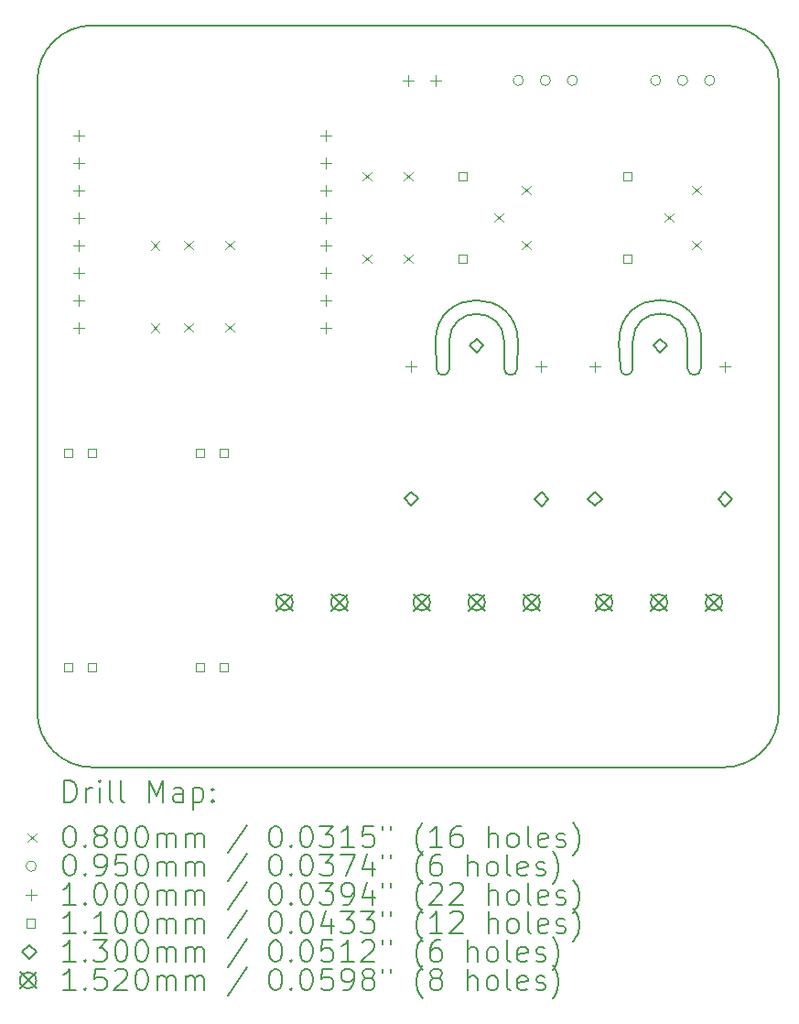
<source format=gbr>
%TF.GenerationSoftware,KiCad,Pcbnew,7.0.10*%
%TF.CreationDate,2024-02-08T08:15:40+01:00*%
%TF.ProjectId,door_relay_sensor,646f6f72-5f72-4656-9c61-795f73656e73,rev?*%
%TF.SameCoordinates,Original*%
%TF.FileFunction,Drillmap*%
%TF.FilePolarity,Positive*%
%FSLAX45Y45*%
G04 Gerber Fmt 4.5, Leading zero omitted, Abs format (unit mm)*
G04 Created by KiCad (PCBNEW 7.0.10) date 2024-02-08 08:15:40*
%MOMM*%
%LPD*%
G01*
G04 APERTURE LIST*
%ADD10C,0.200000*%
%ADD11C,0.100000*%
%ADD12C,0.110000*%
%ADD13C,0.130000*%
%ADD14C,0.152000*%
G04 APERTURE END LIST*
D10*
X11223569Y-5458344D02*
G75*
G03*
X10461569Y-5458344I-381000J0D01*
G01*
X9398003Y-5715000D02*
G75*
G03*
X9519542Y-5714848I60767J1850D01*
G01*
X11938000Y-3048000D02*
G75*
G03*
X11430000Y-2540000I-508000J0D01*
G01*
X5080000Y-8890000D02*
G75*
G03*
X5588000Y-9398000I508000J0D01*
G01*
X8763000Y-5461000D02*
X8773092Y-5715000D01*
X9398000Y-5461000D02*
G75*
G03*
X8890000Y-5461000I-254000J0D01*
G01*
X5588000Y-9398000D02*
X11430000Y-9398000D01*
X11430000Y-9398000D02*
G75*
G03*
X11938000Y-8890000I0J508000D01*
G01*
X11096569Y-5458344D02*
X11096570Y-5712343D01*
X11096573Y-5712343D02*
G75*
G03*
X11218111Y-5712191I60767J1843D01*
G01*
X8890000Y-5461000D02*
X8890000Y-5715000D01*
X10471671Y-5712344D02*
G75*
G03*
X10588569Y-5712343I58449J4D01*
G01*
X5080000Y-3048000D02*
X5080000Y-8890000D01*
X11096569Y-5458344D02*
G75*
G03*
X10588569Y-5458344I-254000J0D01*
G01*
X5588000Y-2540000D02*
G75*
G03*
X5080000Y-3048000I0J-508000D01*
G01*
X9525000Y-5461000D02*
X9519542Y-5714848D01*
X11430000Y-2540000D02*
X5588000Y-2540000D01*
X10588569Y-5458344D02*
X10588569Y-5712343D01*
X11938000Y-8890000D02*
X11938000Y-3048000D01*
X11223569Y-5458344D02*
X11218111Y-5712191D01*
X9398000Y-5461000D02*
X9398000Y-5715000D01*
X9525000Y-5461000D02*
G75*
G03*
X8763000Y-5461000I-381000J0D01*
G01*
X8773100Y-5715000D02*
G75*
G03*
X8890000Y-5715000I58450J10D01*
G01*
X10461569Y-5458344D02*
X10471661Y-5712344D01*
D11*
X6130578Y-4532993D02*
X6210578Y-4612993D01*
X6210578Y-4532993D02*
X6130578Y-4612993D01*
X6130578Y-5294993D02*
X6210578Y-5374993D01*
X6210578Y-5294993D02*
X6130578Y-5374993D01*
X6437000Y-4532000D02*
X6517000Y-4612000D01*
X6517000Y-4532000D02*
X6437000Y-4612000D01*
X6437000Y-5294000D02*
X6517000Y-5374000D01*
X6517000Y-5294000D02*
X6437000Y-5374000D01*
X6818000Y-4532000D02*
X6898000Y-4612000D01*
X6898000Y-4532000D02*
X6818000Y-4612000D01*
X6818000Y-5294000D02*
X6898000Y-5374000D01*
X6898000Y-5294000D02*
X6818000Y-5374000D01*
X8088000Y-3897000D02*
X8168000Y-3977000D01*
X8168000Y-3897000D02*
X8088000Y-3977000D01*
X8088000Y-4659000D02*
X8168000Y-4739000D01*
X8168000Y-4659000D02*
X8088000Y-4739000D01*
X8469000Y-3897000D02*
X8549000Y-3977000D01*
X8549000Y-3897000D02*
X8469000Y-3977000D01*
X8469000Y-4659000D02*
X8549000Y-4739000D01*
X8549000Y-4659000D02*
X8469000Y-4739000D01*
X9308000Y-4278000D02*
X9388000Y-4358000D01*
X9388000Y-4278000D02*
X9308000Y-4358000D01*
X9562000Y-4024000D02*
X9642000Y-4104000D01*
X9642000Y-4024000D02*
X9562000Y-4104000D01*
X9562000Y-4532000D02*
X9642000Y-4612000D01*
X9642000Y-4532000D02*
X9562000Y-4612000D01*
X10882000Y-4278000D02*
X10962000Y-4358000D01*
X10962000Y-4278000D02*
X10882000Y-4358000D01*
X11136000Y-4024000D02*
X11216000Y-4104000D01*
X11216000Y-4024000D02*
X11136000Y-4104000D01*
X11136000Y-4532000D02*
X11216000Y-4612000D01*
X11216000Y-4532000D02*
X11136000Y-4612000D01*
X9576500Y-3048000D02*
G75*
G03*
X9481500Y-3048000I-47500J0D01*
G01*
X9481500Y-3048000D02*
G75*
G03*
X9576500Y-3048000I47500J0D01*
G01*
X9826500Y-3048000D02*
G75*
G03*
X9731500Y-3048000I-47500J0D01*
G01*
X9731500Y-3048000D02*
G75*
G03*
X9826500Y-3048000I47500J0D01*
G01*
X10076500Y-3048000D02*
G75*
G03*
X9981500Y-3048000I-47500J0D01*
G01*
X9981500Y-3048000D02*
G75*
G03*
X10076500Y-3048000I47500J0D01*
G01*
X10846500Y-3048000D02*
G75*
G03*
X10751500Y-3048000I-47500J0D01*
G01*
X10751500Y-3048000D02*
G75*
G03*
X10846500Y-3048000I47500J0D01*
G01*
X11096500Y-3048000D02*
G75*
G03*
X11001500Y-3048000I-47500J0D01*
G01*
X11001500Y-3048000D02*
G75*
G03*
X11096500Y-3048000I47500J0D01*
G01*
X11346500Y-3048000D02*
G75*
G03*
X11251500Y-3048000I-47500J0D01*
G01*
X11251500Y-3048000D02*
G75*
G03*
X11346500Y-3048000I47500J0D01*
G01*
X5461000Y-3506000D02*
X5461000Y-3606000D01*
X5411000Y-3556000D02*
X5511000Y-3556000D01*
X5461000Y-3760000D02*
X5461000Y-3860000D01*
X5411000Y-3810000D02*
X5511000Y-3810000D01*
X5461000Y-4014000D02*
X5461000Y-4114000D01*
X5411000Y-4064000D02*
X5511000Y-4064000D01*
X5461000Y-4268000D02*
X5461000Y-4368000D01*
X5411000Y-4318000D02*
X5511000Y-4318000D01*
X5461000Y-4522000D02*
X5461000Y-4622000D01*
X5411000Y-4572000D02*
X5511000Y-4572000D01*
X5461000Y-4776000D02*
X5461000Y-4876000D01*
X5411000Y-4826000D02*
X5511000Y-4826000D01*
X5461000Y-5030000D02*
X5461000Y-5130000D01*
X5411000Y-5080000D02*
X5511000Y-5080000D01*
X5461000Y-5284000D02*
X5461000Y-5384000D01*
X5411000Y-5334000D02*
X5511000Y-5334000D01*
X7747000Y-3506000D02*
X7747000Y-3606000D01*
X7697000Y-3556000D02*
X7797000Y-3556000D01*
X7747000Y-3760000D02*
X7747000Y-3860000D01*
X7697000Y-3810000D02*
X7797000Y-3810000D01*
X7747000Y-4014000D02*
X7747000Y-4114000D01*
X7697000Y-4064000D02*
X7797000Y-4064000D01*
X7747000Y-4268000D02*
X7747000Y-4368000D01*
X7697000Y-4318000D02*
X7797000Y-4318000D01*
X7747000Y-4522000D02*
X7747000Y-4622000D01*
X7697000Y-4572000D02*
X7797000Y-4572000D01*
X7747000Y-4776000D02*
X7747000Y-4876000D01*
X7697000Y-4826000D02*
X7797000Y-4826000D01*
X7747000Y-5030000D02*
X7747000Y-5130000D01*
X7697000Y-5080000D02*
X7797000Y-5080000D01*
X7747000Y-5284000D02*
X7747000Y-5384000D01*
X7697000Y-5334000D02*
X7797000Y-5334000D01*
X8513000Y-2998000D02*
X8513000Y-3098000D01*
X8463000Y-3048000D02*
X8563000Y-3048000D01*
X8539000Y-5645000D02*
X8539000Y-5745000D01*
X8489000Y-5695000D02*
X8589000Y-5695000D01*
X8763000Y-2998000D02*
X8763000Y-3098000D01*
X8713000Y-3048000D02*
X8813000Y-3048000D01*
X9739000Y-5645000D02*
X9739000Y-5745000D01*
X9689000Y-5695000D02*
X9789000Y-5695000D01*
X10236682Y-5645956D02*
X10236682Y-5745956D01*
X10186682Y-5695956D02*
X10286682Y-5695956D01*
X11436682Y-5645956D02*
X11436682Y-5745956D01*
X11386682Y-5695956D02*
X11486682Y-5695956D01*
D12*
X5404891Y-6531891D02*
X5404891Y-6454109D01*
X5327109Y-6454109D01*
X5327109Y-6531891D01*
X5404891Y-6531891D01*
X5404891Y-8511891D02*
X5404891Y-8434109D01*
X5327109Y-8434109D01*
X5327109Y-8511891D01*
X5404891Y-8511891D01*
X5624891Y-6531891D02*
X5624891Y-6454109D01*
X5547109Y-6454109D01*
X5547109Y-6531891D01*
X5624891Y-6531891D01*
X5624891Y-8511891D02*
X5624891Y-8434109D01*
X5547109Y-8434109D01*
X5547109Y-8511891D01*
X5624891Y-8511891D01*
X6624891Y-6531891D02*
X6624891Y-6454109D01*
X6547109Y-6454109D01*
X6547109Y-6531891D01*
X6624891Y-6531891D01*
X6624891Y-8511891D02*
X6624891Y-8434109D01*
X6547109Y-8434109D01*
X6547109Y-8511891D01*
X6624891Y-8511891D01*
X6844891Y-6531891D02*
X6844891Y-6454109D01*
X6767109Y-6454109D01*
X6767109Y-6531891D01*
X6844891Y-6531891D01*
X6844891Y-8511891D02*
X6844891Y-8434109D01*
X6767109Y-8434109D01*
X6767109Y-8511891D01*
X6844891Y-8511891D01*
X9055891Y-3975891D02*
X9055891Y-3898109D01*
X8978109Y-3898109D01*
X8978109Y-3975891D01*
X9055891Y-3975891D01*
X9055891Y-4737891D02*
X9055891Y-4660109D01*
X8978109Y-4660109D01*
X8978109Y-4737891D01*
X9055891Y-4737891D01*
X10579891Y-3975891D02*
X10579891Y-3898109D01*
X10502109Y-3898109D01*
X10502109Y-3975891D01*
X10579891Y-3975891D01*
X10579891Y-4737891D02*
X10579891Y-4660109D01*
X10502109Y-4660109D01*
X10502109Y-4737891D01*
X10579891Y-4737891D01*
D13*
X8539000Y-6980000D02*
X8604000Y-6915000D01*
X8539000Y-6850000D01*
X8474000Y-6915000D01*
X8539000Y-6980000D01*
X9144000Y-5565000D02*
X9209000Y-5500000D01*
X9144000Y-5435000D01*
X9079000Y-5500000D01*
X9144000Y-5565000D01*
X9744000Y-6985000D02*
X9809000Y-6920000D01*
X9744000Y-6855000D01*
X9679000Y-6920000D01*
X9744000Y-6985000D01*
X10236682Y-6980956D02*
X10301682Y-6915956D01*
X10236682Y-6850956D01*
X10171682Y-6915956D01*
X10236682Y-6980956D01*
X10841682Y-5565956D02*
X10906682Y-5500956D01*
X10841682Y-5435956D01*
X10776682Y-5500956D01*
X10841682Y-5565956D01*
X11441682Y-6985956D02*
X11506682Y-6920956D01*
X11441682Y-6855956D01*
X11376682Y-6920956D01*
X11441682Y-6985956D01*
D14*
X7290000Y-7798000D02*
X7442000Y-7950000D01*
X7442000Y-7798000D02*
X7290000Y-7950000D01*
X7442000Y-7874000D02*
G75*
G03*
X7290000Y-7874000I-76000J0D01*
G01*
X7290000Y-7874000D02*
G75*
G03*
X7442000Y-7874000I76000J0D01*
G01*
X7798000Y-7798000D02*
X7950000Y-7950000D01*
X7950000Y-7798000D02*
X7798000Y-7950000D01*
X7950000Y-7874000D02*
G75*
G03*
X7798000Y-7874000I-76000J0D01*
G01*
X7798000Y-7874000D02*
G75*
G03*
X7950000Y-7874000I76000J0D01*
G01*
X8560000Y-7798000D02*
X8712000Y-7950000D01*
X8712000Y-7798000D02*
X8560000Y-7950000D01*
X8712000Y-7874000D02*
G75*
G03*
X8560000Y-7874000I-76000J0D01*
G01*
X8560000Y-7874000D02*
G75*
G03*
X8712000Y-7874000I76000J0D01*
G01*
X9068000Y-7798000D02*
X9220000Y-7950000D01*
X9220000Y-7798000D02*
X9068000Y-7950000D01*
X9220000Y-7874000D02*
G75*
G03*
X9068000Y-7874000I-76000J0D01*
G01*
X9068000Y-7874000D02*
G75*
G03*
X9220000Y-7874000I76000J0D01*
G01*
X9576000Y-7798000D02*
X9728000Y-7950000D01*
X9728000Y-7798000D02*
X9576000Y-7950000D01*
X9728000Y-7874000D02*
G75*
G03*
X9576000Y-7874000I-76000J0D01*
G01*
X9576000Y-7874000D02*
G75*
G03*
X9728000Y-7874000I76000J0D01*
G01*
X10247021Y-7798000D02*
X10399021Y-7950000D01*
X10399021Y-7798000D02*
X10247021Y-7950000D01*
X10399021Y-7874000D02*
G75*
G03*
X10247021Y-7874000I-76000J0D01*
G01*
X10247021Y-7874000D02*
G75*
G03*
X10399021Y-7874000I76000J0D01*
G01*
X10755021Y-7798000D02*
X10907021Y-7950000D01*
X10907021Y-7798000D02*
X10755021Y-7950000D01*
X10907021Y-7874000D02*
G75*
G03*
X10755021Y-7874000I-76000J0D01*
G01*
X10755021Y-7874000D02*
G75*
G03*
X10907021Y-7874000I76000J0D01*
G01*
X11263021Y-7798000D02*
X11415021Y-7950000D01*
X11415021Y-7798000D02*
X11263021Y-7950000D01*
X11415021Y-7874000D02*
G75*
G03*
X11263021Y-7874000I-76000J0D01*
G01*
X11263021Y-7874000D02*
G75*
G03*
X11415021Y-7874000I76000J0D01*
G01*
D10*
X5330777Y-9719484D02*
X5330777Y-9519484D01*
X5330777Y-9519484D02*
X5378396Y-9519484D01*
X5378396Y-9519484D02*
X5406967Y-9529008D01*
X5406967Y-9529008D02*
X5426015Y-9548055D01*
X5426015Y-9548055D02*
X5435539Y-9567103D01*
X5435539Y-9567103D02*
X5445063Y-9605198D01*
X5445063Y-9605198D02*
X5445063Y-9633770D01*
X5445063Y-9633770D02*
X5435539Y-9671865D01*
X5435539Y-9671865D02*
X5426015Y-9690912D01*
X5426015Y-9690912D02*
X5406967Y-9709960D01*
X5406967Y-9709960D02*
X5378396Y-9719484D01*
X5378396Y-9719484D02*
X5330777Y-9719484D01*
X5530777Y-9719484D02*
X5530777Y-9586150D01*
X5530777Y-9624246D02*
X5540301Y-9605198D01*
X5540301Y-9605198D02*
X5549824Y-9595674D01*
X5549824Y-9595674D02*
X5568872Y-9586150D01*
X5568872Y-9586150D02*
X5587920Y-9586150D01*
X5654586Y-9719484D02*
X5654586Y-9586150D01*
X5654586Y-9519484D02*
X5645062Y-9529008D01*
X5645062Y-9529008D02*
X5654586Y-9538531D01*
X5654586Y-9538531D02*
X5664110Y-9529008D01*
X5664110Y-9529008D02*
X5654586Y-9519484D01*
X5654586Y-9519484D02*
X5654586Y-9538531D01*
X5778396Y-9719484D02*
X5759348Y-9709960D01*
X5759348Y-9709960D02*
X5749824Y-9690912D01*
X5749824Y-9690912D02*
X5749824Y-9519484D01*
X5883158Y-9719484D02*
X5864110Y-9709960D01*
X5864110Y-9709960D02*
X5854586Y-9690912D01*
X5854586Y-9690912D02*
X5854586Y-9519484D01*
X6111729Y-9719484D02*
X6111729Y-9519484D01*
X6111729Y-9519484D02*
X6178396Y-9662341D01*
X6178396Y-9662341D02*
X6245062Y-9519484D01*
X6245062Y-9519484D02*
X6245062Y-9719484D01*
X6426015Y-9719484D02*
X6426015Y-9614722D01*
X6426015Y-9614722D02*
X6416491Y-9595674D01*
X6416491Y-9595674D02*
X6397443Y-9586150D01*
X6397443Y-9586150D02*
X6359348Y-9586150D01*
X6359348Y-9586150D02*
X6340301Y-9595674D01*
X6426015Y-9709960D02*
X6406967Y-9719484D01*
X6406967Y-9719484D02*
X6359348Y-9719484D01*
X6359348Y-9719484D02*
X6340301Y-9709960D01*
X6340301Y-9709960D02*
X6330777Y-9690912D01*
X6330777Y-9690912D02*
X6330777Y-9671865D01*
X6330777Y-9671865D02*
X6340301Y-9652817D01*
X6340301Y-9652817D02*
X6359348Y-9643293D01*
X6359348Y-9643293D02*
X6406967Y-9643293D01*
X6406967Y-9643293D02*
X6426015Y-9633770D01*
X6521253Y-9586150D02*
X6521253Y-9786150D01*
X6521253Y-9595674D02*
X6540301Y-9586150D01*
X6540301Y-9586150D02*
X6578396Y-9586150D01*
X6578396Y-9586150D02*
X6597443Y-9595674D01*
X6597443Y-9595674D02*
X6606967Y-9605198D01*
X6606967Y-9605198D02*
X6616491Y-9624246D01*
X6616491Y-9624246D02*
X6616491Y-9681389D01*
X6616491Y-9681389D02*
X6606967Y-9700436D01*
X6606967Y-9700436D02*
X6597443Y-9709960D01*
X6597443Y-9709960D02*
X6578396Y-9719484D01*
X6578396Y-9719484D02*
X6540301Y-9719484D01*
X6540301Y-9719484D02*
X6521253Y-9709960D01*
X6702205Y-9700436D02*
X6711729Y-9709960D01*
X6711729Y-9709960D02*
X6702205Y-9719484D01*
X6702205Y-9719484D02*
X6692682Y-9709960D01*
X6692682Y-9709960D02*
X6702205Y-9700436D01*
X6702205Y-9700436D02*
X6702205Y-9719484D01*
X6702205Y-9595674D02*
X6711729Y-9605198D01*
X6711729Y-9605198D02*
X6702205Y-9614722D01*
X6702205Y-9614722D02*
X6692682Y-9605198D01*
X6692682Y-9605198D02*
X6702205Y-9595674D01*
X6702205Y-9595674D02*
X6702205Y-9614722D01*
D11*
X4990000Y-10008000D02*
X5070000Y-10088000D01*
X5070000Y-10008000D02*
X4990000Y-10088000D01*
D10*
X5368872Y-9939484D02*
X5387920Y-9939484D01*
X5387920Y-9939484D02*
X5406967Y-9949008D01*
X5406967Y-9949008D02*
X5416491Y-9958531D01*
X5416491Y-9958531D02*
X5426015Y-9977579D01*
X5426015Y-9977579D02*
X5435539Y-10015674D01*
X5435539Y-10015674D02*
X5435539Y-10063293D01*
X5435539Y-10063293D02*
X5426015Y-10101389D01*
X5426015Y-10101389D02*
X5416491Y-10120436D01*
X5416491Y-10120436D02*
X5406967Y-10129960D01*
X5406967Y-10129960D02*
X5387920Y-10139484D01*
X5387920Y-10139484D02*
X5368872Y-10139484D01*
X5368872Y-10139484D02*
X5349824Y-10129960D01*
X5349824Y-10129960D02*
X5340301Y-10120436D01*
X5340301Y-10120436D02*
X5330777Y-10101389D01*
X5330777Y-10101389D02*
X5321253Y-10063293D01*
X5321253Y-10063293D02*
X5321253Y-10015674D01*
X5321253Y-10015674D02*
X5330777Y-9977579D01*
X5330777Y-9977579D02*
X5340301Y-9958531D01*
X5340301Y-9958531D02*
X5349824Y-9949008D01*
X5349824Y-9949008D02*
X5368872Y-9939484D01*
X5521253Y-10120436D02*
X5530777Y-10129960D01*
X5530777Y-10129960D02*
X5521253Y-10139484D01*
X5521253Y-10139484D02*
X5511729Y-10129960D01*
X5511729Y-10129960D02*
X5521253Y-10120436D01*
X5521253Y-10120436D02*
X5521253Y-10139484D01*
X5645062Y-10025198D02*
X5626015Y-10015674D01*
X5626015Y-10015674D02*
X5616491Y-10006150D01*
X5616491Y-10006150D02*
X5606967Y-9987103D01*
X5606967Y-9987103D02*
X5606967Y-9977579D01*
X5606967Y-9977579D02*
X5616491Y-9958531D01*
X5616491Y-9958531D02*
X5626015Y-9949008D01*
X5626015Y-9949008D02*
X5645062Y-9939484D01*
X5645062Y-9939484D02*
X5683158Y-9939484D01*
X5683158Y-9939484D02*
X5702205Y-9949008D01*
X5702205Y-9949008D02*
X5711729Y-9958531D01*
X5711729Y-9958531D02*
X5721253Y-9977579D01*
X5721253Y-9977579D02*
X5721253Y-9987103D01*
X5721253Y-9987103D02*
X5711729Y-10006150D01*
X5711729Y-10006150D02*
X5702205Y-10015674D01*
X5702205Y-10015674D02*
X5683158Y-10025198D01*
X5683158Y-10025198D02*
X5645062Y-10025198D01*
X5645062Y-10025198D02*
X5626015Y-10034722D01*
X5626015Y-10034722D02*
X5616491Y-10044246D01*
X5616491Y-10044246D02*
X5606967Y-10063293D01*
X5606967Y-10063293D02*
X5606967Y-10101389D01*
X5606967Y-10101389D02*
X5616491Y-10120436D01*
X5616491Y-10120436D02*
X5626015Y-10129960D01*
X5626015Y-10129960D02*
X5645062Y-10139484D01*
X5645062Y-10139484D02*
X5683158Y-10139484D01*
X5683158Y-10139484D02*
X5702205Y-10129960D01*
X5702205Y-10129960D02*
X5711729Y-10120436D01*
X5711729Y-10120436D02*
X5721253Y-10101389D01*
X5721253Y-10101389D02*
X5721253Y-10063293D01*
X5721253Y-10063293D02*
X5711729Y-10044246D01*
X5711729Y-10044246D02*
X5702205Y-10034722D01*
X5702205Y-10034722D02*
X5683158Y-10025198D01*
X5845062Y-9939484D02*
X5864110Y-9939484D01*
X5864110Y-9939484D02*
X5883158Y-9949008D01*
X5883158Y-9949008D02*
X5892682Y-9958531D01*
X5892682Y-9958531D02*
X5902205Y-9977579D01*
X5902205Y-9977579D02*
X5911729Y-10015674D01*
X5911729Y-10015674D02*
X5911729Y-10063293D01*
X5911729Y-10063293D02*
X5902205Y-10101389D01*
X5902205Y-10101389D02*
X5892682Y-10120436D01*
X5892682Y-10120436D02*
X5883158Y-10129960D01*
X5883158Y-10129960D02*
X5864110Y-10139484D01*
X5864110Y-10139484D02*
X5845062Y-10139484D01*
X5845062Y-10139484D02*
X5826015Y-10129960D01*
X5826015Y-10129960D02*
X5816491Y-10120436D01*
X5816491Y-10120436D02*
X5806967Y-10101389D01*
X5806967Y-10101389D02*
X5797443Y-10063293D01*
X5797443Y-10063293D02*
X5797443Y-10015674D01*
X5797443Y-10015674D02*
X5806967Y-9977579D01*
X5806967Y-9977579D02*
X5816491Y-9958531D01*
X5816491Y-9958531D02*
X5826015Y-9949008D01*
X5826015Y-9949008D02*
X5845062Y-9939484D01*
X6035539Y-9939484D02*
X6054586Y-9939484D01*
X6054586Y-9939484D02*
X6073634Y-9949008D01*
X6073634Y-9949008D02*
X6083158Y-9958531D01*
X6083158Y-9958531D02*
X6092682Y-9977579D01*
X6092682Y-9977579D02*
X6102205Y-10015674D01*
X6102205Y-10015674D02*
X6102205Y-10063293D01*
X6102205Y-10063293D02*
X6092682Y-10101389D01*
X6092682Y-10101389D02*
X6083158Y-10120436D01*
X6083158Y-10120436D02*
X6073634Y-10129960D01*
X6073634Y-10129960D02*
X6054586Y-10139484D01*
X6054586Y-10139484D02*
X6035539Y-10139484D01*
X6035539Y-10139484D02*
X6016491Y-10129960D01*
X6016491Y-10129960D02*
X6006967Y-10120436D01*
X6006967Y-10120436D02*
X5997443Y-10101389D01*
X5997443Y-10101389D02*
X5987920Y-10063293D01*
X5987920Y-10063293D02*
X5987920Y-10015674D01*
X5987920Y-10015674D02*
X5997443Y-9977579D01*
X5997443Y-9977579D02*
X6006967Y-9958531D01*
X6006967Y-9958531D02*
X6016491Y-9949008D01*
X6016491Y-9949008D02*
X6035539Y-9939484D01*
X6187920Y-10139484D02*
X6187920Y-10006150D01*
X6187920Y-10025198D02*
X6197443Y-10015674D01*
X6197443Y-10015674D02*
X6216491Y-10006150D01*
X6216491Y-10006150D02*
X6245063Y-10006150D01*
X6245063Y-10006150D02*
X6264110Y-10015674D01*
X6264110Y-10015674D02*
X6273634Y-10034722D01*
X6273634Y-10034722D02*
X6273634Y-10139484D01*
X6273634Y-10034722D02*
X6283158Y-10015674D01*
X6283158Y-10015674D02*
X6302205Y-10006150D01*
X6302205Y-10006150D02*
X6330777Y-10006150D01*
X6330777Y-10006150D02*
X6349824Y-10015674D01*
X6349824Y-10015674D02*
X6359348Y-10034722D01*
X6359348Y-10034722D02*
X6359348Y-10139484D01*
X6454586Y-10139484D02*
X6454586Y-10006150D01*
X6454586Y-10025198D02*
X6464110Y-10015674D01*
X6464110Y-10015674D02*
X6483158Y-10006150D01*
X6483158Y-10006150D02*
X6511729Y-10006150D01*
X6511729Y-10006150D02*
X6530777Y-10015674D01*
X6530777Y-10015674D02*
X6540301Y-10034722D01*
X6540301Y-10034722D02*
X6540301Y-10139484D01*
X6540301Y-10034722D02*
X6549824Y-10015674D01*
X6549824Y-10015674D02*
X6568872Y-10006150D01*
X6568872Y-10006150D02*
X6597443Y-10006150D01*
X6597443Y-10006150D02*
X6616491Y-10015674D01*
X6616491Y-10015674D02*
X6626015Y-10034722D01*
X6626015Y-10034722D02*
X6626015Y-10139484D01*
X7016491Y-9929960D02*
X6845063Y-10187103D01*
X7273634Y-9939484D02*
X7292682Y-9939484D01*
X7292682Y-9939484D02*
X7311729Y-9949008D01*
X7311729Y-9949008D02*
X7321253Y-9958531D01*
X7321253Y-9958531D02*
X7330777Y-9977579D01*
X7330777Y-9977579D02*
X7340301Y-10015674D01*
X7340301Y-10015674D02*
X7340301Y-10063293D01*
X7340301Y-10063293D02*
X7330777Y-10101389D01*
X7330777Y-10101389D02*
X7321253Y-10120436D01*
X7321253Y-10120436D02*
X7311729Y-10129960D01*
X7311729Y-10129960D02*
X7292682Y-10139484D01*
X7292682Y-10139484D02*
X7273634Y-10139484D01*
X7273634Y-10139484D02*
X7254586Y-10129960D01*
X7254586Y-10129960D02*
X7245063Y-10120436D01*
X7245063Y-10120436D02*
X7235539Y-10101389D01*
X7235539Y-10101389D02*
X7226015Y-10063293D01*
X7226015Y-10063293D02*
X7226015Y-10015674D01*
X7226015Y-10015674D02*
X7235539Y-9977579D01*
X7235539Y-9977579D02*
X7245063Y-9958531D01*
X7245063Y-9958531D02*
X7254586Y-9949008D01*
X7254586Y-9949008D02*
X7273634Y-9939484D01*
X7426015Y-10120436D02*
X7435539Y-10129960D01*
X7435539Y-10129960D02*
X7426015Y-10139484D01*
X7426015Y-10139484D02*
X7416491Y-10129960D01*
X7416491Y-10129960D02*
X7426015Y-10120436D01*
X7426015Y-10120436D02*
X7426015Y-10139484D01*
X7559348Y-9939484D02*
X7578396Y-9939484D01*
X7578396Y-9939484D02*
X7597444Y-9949008D01*
X7597444Y-9949008D02*
X7606967Y-9958531D01*
X7606967Y-9958531D02*
X7616491Y-9977579D01*
X7616491Y-9977579D02*
X7626015Y-10015674D01*
X7626015Y-10015674D02*
X7626015Y-10063293D01*
X7626015Y-10063293D02*
X7616491Y-10101389D01*
X7616491Y-10101389D02*
X7606967Y-10120436D01*
X7606967Y-10120436D02*
X7597444Y-10129960D01*
X7597444Y-10129960D02*
X7578396Y-10139484D01*
X7578396Y-10139484D02*
X7559348Y-10139484D01*
X7559348Y-10139484D02*
X7540301Y-10129960D01*
X7540301Y-10129960D02*
X7530777Y-10120436D01*
X7530777Y-10120436D02*
X7521253Y-10101389D01*
X7521253Y-10101389D02*
X7511729Y-10063293D01*
X7511729Y-10063293D02*
X7511729Y-10015674D01*
X7511729Y-10015674D02*
X7521253Y-9977579D01*
X7521253Y-9977579D02*
X7530777Y-9958531D01*
X7530777Y-9958531D02*
X7540301Y-9949008D01*
X7540301Y-9949008D02*
X7559348Y-9939484D01*
X7692682Y-9939484D02*
X7816491Y-9939484D01*
X7816491Y-9939484D02*
X7749825Y-10015674D01*
X7749825Y-10015674D02*
X7778396Y-10015674D01*
X7778396Y-10015674D02*
X7797444Y-10025198D01*
X7797444Y-10025198D02*
X7806967Y-10034722D01*
X7806967Y-10034722D02*
X7816491Y-10053770D01*
X7816491Y-10053770D02*
X7816491Y-10101389D01*
X7816491Y-10101389D02*
X7806967Y-10120436D01*
X7806967Y-10120436D02*
X7797444Y-10129960D01*
X7797444Y-10129960D02*
X7778396Y-10139484D01*
X7778396Y-10139484D02*
X7721253Y-10139484D01*
X7721253Y-10139484D02*
X7702206Y-10129960D01*
X7702206Y-10129960D02*
X7692682Y-10120436D01*
X8006967Y-10139484D02*
X7892682Y-10139484D01*
X7949825Y-10139484D02*
X7949825Y-9939484D01*
X7949825Y-9939484D02*
X7930777Y-9968055D01*
X7930777Y-9968055D02*
X7911729Y-9987103D01*
X7911729Y-9987103D02*
X7892682Y-9996627D01*
X8187920Y-9939484D02*
X8092682Y-9939484D01*
X8092682Y-9939484D02*
X8083158Y-10034722D01*
X8083158Y-10034722D02*
X8092682Y-10025198D01*
X8092682Y-10025198D02*
X8111729Y-10015674D01*
X8111729Y-10015674D02*
X8159348Y-10015674D01*
X8159348Y-10015674D02*
X8178396Y-10025198D01*
X8178396Y-10025198D02*
X8187920Y-10034722D01*
X8187920Y-10034722D02*
X8197444Y-10053770D01*
X8197444Y-10053770D02*
X8197444Y-10101389D01*
X8197444Y-10101389D02*
X8187920Y-10120436D01*
X8187920Y-10120436D02*
X8178396Y-10129960D01*
X8178396Y-10129960D02*
X8159348Y-10139484D01*
X8159348Y-10139484D02*
X8111729Y-10139484D01*
X8111729Y-10139484D02*
X8092682Y-10129960D01*
X8092682Y-10129960D02*
X8083158Y-10120436D01*
X8273634Y-9939484D02*
X8273634Y-9977579D01*
X8349825Y-9939484D02*
X8349825Y-9977579D01*
X8645063Y-10215674D02*
X8635539Y-10206150D01*
X8635539Y-10206150D02*
X8616491Y-10177579D01*
X8616491Y-10177579D02*
X8606968Y-10158531D01*
X8606968Y-10158531D02*
X8597444Y-10129960D01*
X8597444Y-10129960D02*
X8587920Y-10082341D01*
X8587920Y-10082341D02*
X8587920Y-10044246D01*
X8587920Y-10044246D02*
X8597444Y-9996627D01*
X8597444Y-9996627D02*
X8606968Y-9968055D01*
X8606968Y-9968055D02*
X8616491Y-9949008D01*
X8616491Y-9949008D02*
X8635539Y-9920436D01*
X8635539Y-9920436D02*
X8645063Y-9910912D01*
X8826015Y-10139484D02*
X8711730Y-10139484D01*
X8768872Y-10139484D02*
X8768872Y-9939484D01*
X8768872Y-9939484D02*
X8749825Y-9968055D01*
X8749825Y-9968055D02*
X8730777Y-9987103D01*
X8730777Y-9987103D02*
X8711730Y-9996627D01*
X8997444Y-9939484D02*
X8959349Y-9939484D01*
X8959349Y-9939484D02*
X8940301Y-9949008D01*
X8940301Y-9949008D02*
X8930777Y-9958531D01*
X8930777Y-9958531D02*
X8911730Y-9987103D01*
X8911730Y-9987103D02*
X8902206Y-10025198D01*
X8902206Y-10025198D02*
X8902206Y-10101389D01*
X8902206Y-10101389D02*
X8911730Y-10120436D01*
X8911730Y-10120436D02*
X8921253Y-10129960D01*
X8921253Y-10129960D02*
X8940301Y-10139484D01*
X8940301Y-10139484D02*
X8978396Y-10139484D01*
X8978396Y-10139484D02*
X8997444Y-10129960D01*
X8997444Y-10129960D02*
X9006968Y-10120436D01*
X9006968Y-10120436D02*
X9016491Y-10101389D01*
X9016491Y-10101389D02*
X9016491Y-10053770D01*
X9016491Y-10053770D02*
X9006968Y-10034722D01*
X9006968Y-10034722D02*
X8997444Y-10025198D01*
X8997444Y-10025198D02*
X8978396Y-10015674D01*
X8978396Y-10015674D02*
X8940301Y-10015674D01*
X8940301Y-10015674D02*
X8921253Y-10025198D01*
X8921253Y-10025198D02*
X8911730Y-10034722D01*
X8911730Y-10034722D02*
X8902206Y-10053770D01*
X9254587Y-10139484D02*
X9254587Y-9939484D01*
X9340301Y-10139484D02*
X9340301Y-10034722D01*
X9340301Y-10034722D02*
X9330777Y-10015674D01*
X9330777Y-10015674D02*
X9311730Y-10006150D01*
X9311730Y-10006150D02*
X9283158Y-10006150D01*
X9283158Y-10006150D02*
X9264111Y-10015674D01*
X9264111Y-10015674D02*
X9254587Y-10025198D01*
X9464111Y-10139484D02*
X9445063Y-10129960D01*
X9445063Y-10129960D02*
X9435539Y-10120436D01*
X9435539Y-10120436D02*
X9426015Y-10101389D01*
X9426015Y-10101389D02*
X9426015Y-10044246D01*
X9426015Y-10044246D02*
X9435539Y-10025198D01*
X9435539Y-10025198D02*
X9445063Y-10015674D01*
X9445063Y-10015674D02*
X9464111Y-10006150D01*
X9464111Y-10006150D02*
X9492682Y-10006150D01*
X9492682Y-10006150D02*
X9511730Y-10015674D01*
X9511730Y-10015674D02*
X9521253Y-10025198D01*
X9521253Y-10025198D02*
X9530777Y-10044246D01*
X9530777Y-10044246D02*
X9530777Y-10101389D01*
X9530777Y-10101389D02*
X9521253Y-10120436D01*
X9521253Y-10120436D02*
X9511730Y-10129960D01*
X9511730Y-10129960D02*
X9492682Y-10139484D01*
X9492682Y-10139484D02*
X9464111Y-10139484D01*
X9645063Y-10139484D02*
X9626015Y-10129960D01*
X9626015Y-10129960D02*
X9616492Y-10110912D01*
X9616492Y-10110912D02*
X9616492Y-9939484D01*
X9797444Y-10129960D02*
X9778396Y-10139484D01*
X9778396Y-10139484D02*
X9740301Y-10139484D01*
X9740301Y-10139484D02*
X9721253Y-10129960D01*
X9721253Y-10129960D02*
X9711730Y-10110912D01*
X9711730Y-10110912D02*
X9711730Y-10034722D01*
X9711730Y-10034722D02*
X9721253Y-10015674D01*
X9721253Y-10015674D02*
X9740301Y-10006150D01*
X9740301Y-10006150D02*
X9778396Y-10006150D01*
X9778396Y-10006150D02*
X9797444Y-10015674D01*
X9797444Y-10015674D02*
X9806968Y-10034722D01*
X9806968Y-10034722D02*
X9806968Y-10053770D01*
X9806968Y-10053770D02*
X9711730Y-10072817D01*
X9883158Y-10129960D02*
X9902206Y-10139484D01*
X9902206Y-10139484D02*
X9940301Y-10139484D01*
X9940301Y-10139484D02*
X9959349Y-10129960D01*
X9959349Y-10129960D02*
X9968873Y-10110912D01*
X9968873Y-10110912D02*
X9968873Y-10101389D01*
X9968873Y-10101389D02*
X9959349Y-10082341D01*
X9959349Y-10082341D02*
X9940301Y-10072817D01*
X9940301Y-10072817D02*
X9911730Y-10072817D01*
X9911730Y-10072817D02*
X9892682Y-10063293D01*
X9892682Y-10063293D02*
X9883158Y-10044246D01*
X9883158Y-10044246D02*
X9883158Y-10034722D01*
X9883158Y-10034722D02*
X9892682Y-10015674D01*
X9892682Y-10015674D02*
X9911730Y-10006150D01*
X9911730Y-10006150D02*
X9940301Y-10006150D01*
X9940301Y-10006150D02*
X9959349Y-10015674D01*
X10035539Y-10215674D02*
X10045063Y-10206150D01*
X10045063Y-10206150D02*
X10064111Y-10177579D01*
X10064111Y-10177579D02*
X10073634Y-10158531D01*
X10073634Y-10158531D02*
X10083158Y-10129960D01*
X10083158Y-10129960D02*
X10092682Y-10082341D01*
X10092682Y-10082341D02*
X10092682Y-10044246D01*
X10092682Y-10044246D02*
X10083158Y-9996627D01*
X10083158Y-9996627D02*
X10073634Y-9968055D01*
X10073634Y-9968055D02*
X10064111Y-9949008D01*
X10064111Y-9949008D02*
X10045063Y-9920436D01*
X10045063Y-9920436D02*
X10035539Y-9910912D01*
D11*
X5070000Y-10312000D02*
G75*
G03*
X4975000Y-10312000I-47500J0D01*
G01*
X4975000Y-10312000D02*
G75*
G03*
X5070000Y-10312000I47500J0D01*
G01*
D10*
X5368872Y-10203484D02*
X5387920Y-10203484D01*
X5387920Y-10203484D02*
X5406967Y-10213008D01*
X5406967Y-10213008D02*
X5416491Y-10222531D01*
X5416491Y-10222531D02*
X5426015Y-10241579D01*
X5426015Y-10241579D02*
X5435539Y-10279674D01*
X5435539Y-10279674D02*
X5435539Y-10327293D01*
X5435539Y-10327293D02*
X5426015Y-10365389D01*
X5426015Y-10365389D02*
X5416491Y-10384436D01*
X5416491Y-10384436D02*
X5406967Y-10393960D01*
X5406967Y-10393960D02*
X5387920Y-10403484D01*
X5387920Y-10403484D02*
X5368872Y-10403484D01*
X5368872Y-10403484D02*
X5349824Y-10393960D01*
X5349824Y-10393960D02*
X5340301Y-10384436D01*
X5340301Y-10384436D02*
X5330777Y-10365389D01*
X5330777Y-10365389D02*
X5321253Y-10327293D01*
X5321253Y-10327293D02*
X5321253Y-10279674D01*
X5321253Y-10279674D02*
X5330777Y-10241579D01*
X5330777Y-10241579D02*
X5340301Y-10222531D01*
X5340301Y-10222531D02*
X5349824Y-10213008D01*
X5349824Y-10213008D02*
X5368872Y-10203484D01*
X5521253Y-10384436D02*
X5530777Y-10393960D01*
X5530777Y-10393960D02*
X5521253Y-10403484D01*
X5521253Y-10403484D02*
X5511729Y-10393960D01*
X5511729Y-10393960D02*
X5521253Y-10384436D01*
X5521253Y-10384436D02*
X5521253Y-10403484D01*
X5626015Y-10403484D02*
X5664110Y-10403484D01*
X5664110Y-10403484D02*
X5683158Y-10393960D01*
X5683158Y-10393960D02*
X5692682Y-10384436D01*
X5692682Y-10384436D02*
X5711729Y-10355865D01*
X5711729Y-10355865D02*
X5721253Y-10317770D01*
X5721253Y-10317770D02*
X5721253Y-10241579D01*
X5721253Y-10241579D02*
X5711729Y-10222531D01*
X5711729Y-10222531D02*
X5702205Y-10213008D01*
X5702205Y-10213008D02*
X5683158Y-10203484D01*
X5683158Y-10203484D02*
X5645062Y-10203484D01*
X5645062Y-10203484D02*
X5626015Y-10213008D01*
X5626015Y-10213008D02*
X5616491Y-10222531D01*
X5616491Y-10222531D02*
X5606967Y-10241579D01*
X5606967Y-10241579D02*
X5606967Y-10289198D01*
X5606967Y-10289198D02*
X5616491Y-10308246D01*
X5616491Y-10308246D02*
X5626015Y-10317770D01*
X5626015Y-10317770D02*
X5645062Y-10327293D01*
X5645062Y-10327293D02*
X5683158Y-10327293D01*
X5683158Y-10327293D02*
X5702205Y-10317770D01*
X5702205Y-10317770D02*
X5711729Y-10308246D01*
X5711729Y-10308246D02*
X5721253Y-10289198D01*
X5902205Y-10203484D02*
X5806967Y-10203484D01*
X5806967Y-10203484D02*
X5797443Y-10298722D01*
X5797443Y-10298722D02*
X5806967Y-10289198D01*
X5806967Y-10289198D02*
X5826015Y-10279674D01*
X5826015Y-10279674D02*
X5873634Y-10279674D01*
X5873634Y-10279674D02*
X5892682Y-10289198D01*
X5892682Y-10289198D02*
X5902205Y-10298722D01*
X5902205Y-10298722D02*
X5911729Y-10317770D01*
X5911729Y-10317770D02*
X5911729Y-10365389D01*
X5911729Y-10365389D02*
X5902205Y-10384436D01*
X5902205Y-10384436D02*
X5892682Y-10393960D01*
X5892682Y-10393960D02*
X5873634Y-10403484D01*
X5873634Y-10403484D02*
X5826015Y-10403484D01*
X5826015Y-10403484D02*
X5806967Y-10393960D01*
X5806967Y-10393960D02*
X5797443Y-10384436D01*
X6035539Y-10203484D02*
X6054586Y-10203484D01*
X6054586Y-10203484D02*
X6073634Y-10213008D01*
X6073634Y-10213008D02*
X6083158Y-10222531D01*
X6083158Y-10222531D02*
X6092682Y-10241579D01*
X6092682Y-10241579D02*
X6102205Y-10279674D01*
X6102205Y-10279674D02*
X6102205Y-10327293D01*
X6102205Y-10327293D02*
X6092682Y-10365389D01*
X6092682Y-10365389D02*
X6083158Y-10384436D01*
X6083158Y-10384436D02*
X6073634Y-10393960D01*
X6073634Y-10393960D02*
X6054586Y-10403484D01*
X6054586Y-10403484D02*
X6035539Y-10403484D01*
X6035539Y-10403484D02*
X6016491Y-10393960D01*
X6016491Y-10393960D02*
X6006967Y-10384436D01*
X6006967Y-10384436D02*
X5997443Y-10365389D01*
X5997443Y-10365389D02*
X5987920Y-10327293D01*
X5987920Y-10327293D02*
X5987920Y-10279674D01*
X5987920Y-10279674D02*
X5997443Y-10241579D01*
X5997443Y-10241579D02*
X6006967Y-10222531D01*
X6006967Y-10222531D02*
X6016491Y-10213008D01*
X6016491Y-10213008D02*
X6035539Y-10203484D01*
X6187920Y-10403484D02*
X6187920Y-10270150D01*
X6187920Y-10289198D02*
X6197443Y-10279674D01*
X6197443Y-10279674D02*
X6216491Y-10270150D01*
X6216491Y-10270150D02*
X6245063Y-10270150D01*
X6245063Y-10270150D02*
X6264110Y-10279674D01*
X6264110Y-10279674D02*
X6273634Y-10298722D01*
X6273634Y-10298722D02*
X6273634Y-10403484D01*
X6273634Y-10298722D02*
X6283158Y-10279674D01*
X6283158Y-10279674D02*
X6302205Y-10270150D01*
X6302205Y-10270150D02*
X6330777Y-10270150D01*
X6330777Y-10270150D02*
X6349824Y-10279674D01*
X6349824Y-10279674D02*
X6359348Y-10298722D01*
X6359348Y-10298722D02*
X6359348Y-10403484D01*
X6454586Y-10403484D02*
X6454586Y-10270150D01*
X6454586Y-10289198D02*
X6464110Y-10279674D01*
X6464110Y-10279674D02*
X6483158Y-10270150D01*
X6483158Y-10270150D02*
X6511729Y-10270150D01*
X6511729Y-10270150D02*
X6530777Y-10279674D01*
X6530777Y-10279674D02*
X6540301Y-10298722D01*
X6540301Y-10298722D02*
X6540301Y-10403484D01*
X6540301Y-10298722D02*
X6549824Y-10279674D01*
X6549824Y-10279674D02*
X6568872Y-10270150D01*
X6568872Y-10270150D02*
X6597443Y-10270150D01*
X6597443Y-10270150D02*
X6616491Y-10279674D01*
X6616491Y-10279674D02*
X6626015Y-10298722D01*
X6626015Y-10298722D02*
X6626015Y-10403484D01*
X7016491Y-10193960D02*
X6845063Y-10451103D01*
X7273634Y-10203484D02*
X7292682Y-10203484D01*
X7292682Y-10203484D02*
X7311729Y-10213008D01*
X7311729Y-10213008D02*
X7321253Y-10222531D01*
X7321253Y-10222531D02*
X7330777Y-10241579D01*
X7330777Y-10241579D02*
X7340301Y-10279674D01*
X7340301Y-10279674D02*
X7340301Y-10327293D01*
X7340301Y-10327293D02*
X7330777Y-10365389D01*
X7330777Y-10365389D02*
X7321253Y-10384436D01*
X7321253Y-10384436D02*
X7311729Y-10393960D01*
X7311729Y-10393960D02*
X7292682Y-10403484D01*
X7292682Y-10403484D02*
X7273634Y-10403484D01*
X7273634Y-10403484D02*
X7254586Y-10393960D01*
X7254586Y-10393960D02*
X7245063Y-10384436D01*
X7245063Y-10384436D02*
X7235539Y-10365389D01*
X7235539Y-10365389D02*
X7226015Y-10327293D01*
X7226015Y-10327293D02*
X7226015Y-10279674D01*
X7226015Y-10279674D02*
X7235539Y-10241579D01*
X7235539Y-10241579D02*
X7245063Y-10222531D01*
X7245063Y-10222531D02*
X7254586Y-10213008D01*
X7254586Y-10213008D02*
X7273634Y-10203484D01*
X7426015Y-10384436D02*
X7435539Y-10393960D01*
X7435539Y-10393960D02*
X7426015Y-10403484D01*
X7426015Y-10403484D02*
X7416491Y-10393960D01*
X7416491Y-10393960D02*
X7426015Y-10384436D01*
X7426015Y-10384436D02*
X7426015Y-10403484D01*
X7559348Y-10203484D02*
X7578396Y-10203484D01*
X7578396Y-10203484D02*
X7597444Y-10213008D01*
X7597444Y-10213008D02*
X7606967Y-10222531D01*
X7606967Y-10222531D02*
X7616491Y-10241579D01*
X7616491Y-10241579D02*
X7626015Y-10279674D01*
X7626015Y-10279674D02*
X7626015Y-10327293D01*
X7626015Y-10327293D02*
X7616491Y-10365389D01*
X7616491Y-10365389D02*
X7606967Y-10384436D01*
X7606967Y-10384436D02*
X7597444Y-10393960D01*
X7597444Y-10393960D02*
X7578396Y-10403484D01*
X7578396Y-10403484D02*
X7559348Y-10403484D01*
X7559348Y-10403484D02*
X7540301Y-10393960D01*
X7540301Y-10393960D02*
X7530777Y-10384436D01*
X7530777Y-10384436D02*
X7521253Y-10365389D01*
X7521253Y-10365389D02*
X7511729Y-10327293D01*
X7511729Y-10327293D02*
X7511729Y-10279674D01*
X7511729Y-10279674D02*
X7521253Y-10241579D01*
X7521253Y-10241579D02*
X7530777Y-10222531D01*
X7530777Y-10222531D02*
X7540301Y-10213008D01*
X7540301Y-10213008D02*
X7559348Y-10203484D01*
X7692682Y-10203484D02*
X7816491Y-10203484D01*
X7816491Y-10203484D02*
X7749825Y-10279674D01*
X7749825Y-10279674D02*
X7778396Y-10279674D01*
X7778396Y-10279674D02*
X7797444Y-10289198D01*
X7797444Y-10289198D02*
X7806967Y-10298722D01*
X7806967Y-10298722D02*
X7816491Y-10317770D01*
X7816491Y-10317770D02*
X7816491Y-10365389D01*
X7816491Y-10365389D02*
X7806967Y-10384436D01*
X7806967Y-10384436D02*
X7797444Y-10393960D01*
X7797444Y-10393960D02*
X7778396Y-10403484D01*
X7778396Y-10403484D02*
X7721253Y-10403484D01*
X7721253Y-10403484D02*
X7702206Y-10393960D01*
X7702206Y-10393960D02*
X7692682Y-10384436D01*
X7883158Y-10203484D02*
X8016491Y-10203484D01*
X8016491Y-10203484D02*
X7930777Y-10403484D01*
X8178396Y-10270150D02*
X8178396Y-10403484D01*
X8130777Y-10193960D02*
X8083158Y-10336817D01*
X8083158Y-10336817D02*
X8206967Y-10336817D01*
X8273634Y-10203484D02*
X8273634Y-10241579D01*
X8349825Y-10203484D02*
X8349825Y-10241579D01*
X8645063Y-10479674D02*
X8635539Y-10470150D01*
X8635539Y-10470150D02*
X8616491Y-10441579D01*
X8616491Y-10441579D02*
X8606968Y-10422531D01*
X8606968Y-10422531D02*
X8597444Y-10393960D01*
X8597444Y-10393960D02*
X8587920Y-10346341D01*
X8587920Y-10346341D02*
X8587920Y-10308246D01*
X8587920Y-10308246D02*
X8597444Y-10260627D01*
X8597444Y-10260627D02*
X8606968Y-10232055D01*
X8606968Y-10232055D02*
X8616491Y-10213008D01*
X8616491Y-10213008D02*
X8635539Y-10184436D01*
X8635539Y-10184436D02*
X8645063Y-10174912D01*
X8806968Y-10203484D02*
X8768872Y-10203484D01*
X8768872Y-10203484D02*
X8749825Y-10213008D01*
X8749825Y-10213008D02*
X8740301Y-10222531D01*
X8740301Y-10222531D02*
X8721253Y-10251103D01*
X8721253Y-10251103D02*
X8711730Y-10289198D01*
X8711730Y-10289198D02*
X8711730Y-10365389D01*
X8711730Y-10365389D02*
X8721253Y-10384436D01*
X8721253Y-10384436D02*
X8730777Y-10393960D01*
X8730777Y-10393960D02*
X8749825Y-10403484D01*
X8749825Y-10403484D02*
X8787920Y-10403484D01*
X8787920Y-10403484D02*
X8806968Y-10393960D01*
X8806968Y-10393960D02*
X8816491Y-10384436D01*
X8816491Y-10384436D02*
X8826015Y-10365389D01*
X8826015Y-10365389D02*
X8826015Y-10317770D01*
X8826015Y-10317770D02*
X8816491Y-10298722D01*
X8816491Y-10298722D02*
X8806968Y-10289198D01*
X8806968Y-10289198D02*
X8787920Y-10279674D01*
X8787920Y-10279674D02*
X8749825Y-10279674D01*
X8749825Y-10279674D02*
X8730777Y-10289198D01*
X8730777Y-10289198D02*
X8721253Y-10298722D01*
X8721253Y-10298722D02*
X8711730Y-10317770D01*
X9064111Y-10403484D02*
X9064111Y-10203484D01*
X9149825Y-10403484D02*
X9149825Y-10298722D01*
X9149825Y-10298722D02*
X9140301Y-10279674D01*
X9140301Y-10279674D02*
X9121253Y-10270150D01*
X9121253Y-10270150D02*
X9092682Y-10270150D01*
X9092682Y-10270150D02*
X9073634Y-10279674D01*
X9073634Y-10279674D02*
X9064111Y-10289198D01*
X9273634Y-10403484D02*
X9254587Y-10393960D01*
X9254587Y-10393960D02*
X9245063Y-10384436D01*
X9245063Y-10384436D02*
X9235539Y-10365389D01*
X9235539Y-10365389D02*
X9235539Y-10308246D01*
X9235539Y-10308246D02*
X9245063Y-10289198D01*
X9245063Y-10289198D02*
X9254587Y-10279674D01*
X9254587Y-10279674D02*
X9273634Y-10270150D01*
X9273634Y-10270150D02*
X9302206Y-10270150D01*
X9302206Y-10270150D02*
X9321253Y-10279674D01*
X9321253Y-10279674D02*
X9330777Y-10289198D01*
X9330777Y-10289198D02*
X9340301Y-10308246D01*
X9340301Y-10308246D02*
X9340301Y-10365389D01*
X9340301Y-10365389D02*
X9330777Y-10384436D01*
X9330777Y-10384436D02*
X9321253Y-10393960D01*
X9321253Y-10393960D02*
X9302206Y-10403484D01*
X9302206Y-10403484D02*
X9273634Y-10403484D01*
X9454587Y-10403484D02*
X9435539Y-10393960D01*
X9435539Y-10393960D02*
X9426015Y-10374912D01*
X9426015Y-10374912D02*
X9426015Y-10203484D01*
X9606968Y-10393960D02*
X9587920Y-10403484D01*
X9587920Y-10403484D02*
X9549825Y-10403484D01*
X9549825Y-10403484D02*
X9530777Y-10393960D01*
X9530777Y-10393960D02*
X9521253Y-10374912D01*
X9521253Y-10374912D02*
X9521253Y-10298722D01*
X9521253Y-10298722D02*
X9530777Y-10279674D01*
X9530777Y-10279674D02*
X9549825Y-10270150D01*
X9549825Y-10270150D02*
X9587920Y-10270150D01*
X9587920Y-10270150D02*
X9606968Y-10279674D01*
X9606968Y-10279674D02*
X9616492Y-10298722D01*
X9616492Y-10298722D02*
X9616492Y-10317770D01*
X9616492Y-10317770D02*
X9521253Y-10336817D01*
X9692682Y-10393960D02*
X9711730Y-10403484D01*
X9711730Y-10403484D02*
X9749825Y-10403484D01*
X9749825Y-10403484D02*
X9768873Y-10393960D01*
X9768873Y-10393960D02*
X9778396Y-10374912D01*
X9778396Y-10374912D02*
X9778396Y-10365389D01*
X9778396Y-10365389D02*
X9768873Y-10346341D01*
X9768873Y-10346341D02*
X9749825Y-10336817D01*
X9749825Y-10336817D02*
X9721253Y-10336817D01*
X9721253Y-10336817D02*
X9702206Y-10327293D01*
X9702206Y-10327293D02*
X9692682Y-10308246D01*
X9692682Y-10308246D02*
X9692682Y-10298722D01*
X9692682Y-10298722D02*
X9702206Y-10279674D01*
X9702206Y-10279674D02*
X9721253Y-10270150D01*
X9721253Y-10270150D02*
X9749825Y-10270150D01*
X9749825Y-10270150D02*
X9768873Y-10279674D01*
X9845063Y-10479674D02*
X9854587Y-10470150D01*
X9854587Y-10470150D02*
X9873634Y-10441579D01*
X9873634Y-10441579D02*
X9883158Y-10422531D01*
X9883158Y-10422531D02*
X9892682Y-10393960D01*
X9892682Y-10393960D02*
X9902206Y-10346341D01*
X9902206Y-10346341D02*
X9902206Y-10308246D01*
X9902206Y-10308246D02*
X9892682Y-10260627D01*
X9892682Y-10260627D02*
X9883158Y-10232055D01*
X9883158Y-10232055D02*
X9873634Y-10213008D01*
X9873634Y-10213008D02*
X9854587Y-10184436D01*
X9854587Y-10184436D02*
X9845063Y-10174912D01*
D11*
X5020000Y-10526000D02*
X5020000Y-10626000D01*
X4970000Y-10576000D02*
X5070000Y-10576000D01*
D10*
X5435539Y-10667484D02*
X5321253Y-10667484D01*
X5378396Y-10667484D02*
X5378396Y-10467484D01*
X5378396Y-10467484D02*
X5359348Y-10496055D01*
X5359348Y-10496055D02*
X5340301Y-10515103D01*
X5340301Y-10515103D02*
X5321253Y-10524627D01*
X5521253Y-10648436D02*
X5530777Y-10657960D01*
X5530777Y-10657960D02*
X5521253Y-10667484D01*
X5521253Y-10667484D02*
X5511729Y-10657960D01*
X5511729Y-10657960D02*
X5521253Y-10648436D01*
X5521253Y-10648436D02*
X5521253Y-10667484D01*
X5654586Y-10467484D02*
X5673634Y-10467484D01*
X5673634Y-10467484D02*
X5692682Y-10477008D01*
X5692682Y-10477008D02*
X5702205Y-10486531D01*
X5702205Y-10486531D02*
X5711729Y-10505579D01*
X5711729Y-10505579D02*
X5721253Y-10543674D01*
X5721253Y-10543674D02*
X5721253Y-10591293D01*
X5721253Y-10591293D02*
X5711729Y-10629389D01*
X5711729Y-10629389D02*
X5702205Y-10648436D01*
X5702205Y-10648436D02*
X5692682Y-10657960D01*
X5692682Y-10657960D02*
X5673634Y-10667484D01*
X5673634Y-10667484D02*
X5654586Y-10667484D01*
X5654586Y-10667484D02*
X5635539Y-10657960D01*
X5635539Y-10657960D02*
X5626015Y-10648436D01*
X5626015Y-10648436D02*
X5616491Y-10629389D01*
X5616491Y-10629389D02*
X5606967Y-10591293D01*
X5606967Y-10591293D02*
X5606967Y-10543674D01*
X5606967Y-10543674D02*
X5616491Y-10505579D01*
X5616491Y-10505579D02*
X5626015Y-10486531D01*
X5626015Y-10486531D02*
X5635539Y-10477008D01*
X5635539Y-10477008D02*
X5654586Y-10467484D01*
X5845062Y-10467484D02*
X5864110Y-10467484D01*
X5864110Y-10467484D02*
X5883158Y-10477008D01*
X5883158Y-10477008D02*
X5892682Y-10486531D01*
X5892682Y-10486531D02*
X5902205Y-10505579D01*
X5902205Y-10505579D02*
X5911729Y-10543674D01*
X5911729Y-10543674D02*
X5911729Y-10591293D01*
X5911729Y-10591293D02*
X5902205Y-10629389D01*
X5902205Y-10629389D02*
X5892682Y-10648436D01*
X5892682Y-10648436D02*
X5883158Y-10657960D01*
X5883158Y-10657960D02*
X5864110Y-10667484D01*
X5864110Y-10667484D02*
X5845062Y-10667484D01*
X5845062Y-10667484D02*
X5826015Y-10657960D01*
X5826015Y-10657960D02*
X5816491Y-10648436D01*
X5816491Y-10648436D02*
X5806967Y-10629389D01*
X5806967Y-10629389D02*
X5797443Y-10591293D01*
X5797443Y-10591293D02*
X5797443Y-10543674D01*
X5797443Y-10543674D02*
X5806967Y-10505579D01*
X5806967Y-10505579D02*
X5816491Y-10486531D01*
X5816491Y-10486531D02*
X5826015Y-10477008D01*
X5826015Y-10477008D02*
X5845062Y-10467484D01*
X6035539Y-10467484D02*
X6054586Y-10467484D01*
X6054586Y-10467484D02*
X6073634Y-10477008D01*
X6073634Y-10477008D02*
X6083158Y-10486531D01*
X6083158Y-10486531D02*
X6092682Y-10505579D01*
X6092682Y-10505579D02*
X6102205Y-10543674D01*
X6102205Y-10543674D02*
X6102205Y-10591293D01*
X6102205Y-10591293D02*
X6092682Y-10629389D01*
X6092682Y-10629389D02*
X6083158Y-10648436D01*
X6083158Y-10648436D02*
X6073634Y-10657960D01*
X6073634Y-10657960D02*
X6054586Y-10667484D01*
X6054586Y-10667484D02*
X6035539Y-10667484D01*
X6035539Y-10667484D02*
X6016491Y-10657960D01*
X6016491Y-10657960D02*
X6006967Y-10648436D01*
X6006967Y-10648436D02*
X5997443Y-10629389D01*
X5997443Y-10629389D02*
X5987920Y-10591293D01*
X5987920Y-10591293D02*
X5987920Y-10543674D01*
X5987920Y-10543674D02*
X5997443Y-10505579D01*
X5997443Y-10505579D02*
X6006967Y-10486531D01*
X6006967Y-10486531D02*
X6016491Y-10477008D01*
X6016491Y-10477008D02*
X6035539Y-10467484D01*
X6187920Y-10667484D02*
X6187920Y-10534150D01*
X6187920Y-10553198D02*
X6197443Y-10543674D01*
X6197443Y-10543674D02*
X6216491Y-10534150D01*
X6216491Y-10534150D02*
X6245063Y-10534150D01*
X6245063Y-10534150D02*
X6264110Y-10543674D01*
X6264110Y-10543674D02*
X6273634Y-10562722D01*
X6273634Y-10562722D02*
X6273634Y-10667484D01*
X6273634Y-10562722D02*
X6283158Y-10543674D01*
X6283158Y-10543674D02*
X6302205Y-10534150D01*
X6302205Y-10534150D02*
X6330777Y-10534150D01*
X6330777Y-10534150D02*
X6349824Y-10543674D01*
X6349824Y-10543674D02*
X6359348Y-10562722D01*
X6359348Y-10562722D02*
X6359348Y-10667484D01*
X6454586Y-10667484D02*
X6454586Y-10534150D01*
X6454586Y-10553198D02*
X6464110Y-10543674D01*
X6464110Y-10543674D02*
X6483158Y-10534150D01*
X6483158Y-10534150D02*
X6511729Y-10534150D01*
X6511729Y-10534150D02*
X6530777Y-10543674D01*
X6530777Y-10543674D02*
X6540301Y-10562722D01*
X6540301Y-10562722D02*
X6540301Y-10667484D01*
X6540301Y-10562722D02*
X6549824Y-10543674D01*
X6549824Y-10543674D02*
X6568872Y-10534150D01*
X6568872Y-10534150D02*
X6597443Y-10534150D01*
X6597443Y-10534150D02*
X6616491Y-10543674D01*
X6616491Y-10543674D02*
X6626015Y-10562722D01*
X6626015Y-10562722D02*
X6626015Y-10667484D01*
X7016491Y-10457960D02*
X6845063Y-10715103D01*
X7273634Y-10467484D02*
X7292682Y-10467484D01*
X7292682Y-10467484D02*
X7311729Y-10477008D01*
X7311729Y-10477008D02*
X7321253Y-10486531D01*
X7321253Y-10486531D02*
X7330777Y-10505579D01*
X7330777Y-10505579D02*
X7340301Y-10543674D01*
X7340301Y-10543674D02*
X7340301Y-10591293D01*
X7340301Y-10591293D02*
X7330777Y-10629389D01*
X7330777Y-10629389D02*
X7321253Y-10648436D01*
X7321253Y-10648436D02*
X7311729Y-10657960D01*
X7311729Y-10657960D02*
X7292682Y-10667484D01*
X7292682Y-10667484D02*
X7273634Y-10667484D01*
X7273634Y-10667484D02*
X7254586Y-10657960D01*
X7254586Y-10657960D02*
X7245063Y-10648436D01*
X7245063Y-10648436D02*
X7235539Y-10629389D01*
X7235539Y-10629389D02*
X7226015Y-10591293D01*
X7226015Y-10591293D02*
X7226015Y-10543674D01*
X7226015Y-10543674D02*
X7235539Y-10505579D01*
X7235539Y-10505579D02*
X7245063Y-10486531D01*
X7245063Y-10486531D02*
X7254586Y-10477008D01*
X7254586Y-10477008D02*
X7273634Y-10467484D01*
X7426015Y-10648436D02*
X7435539Y-10657960D01*
X7435539Y-10657960D02*
X7426015Y-10667484D01*
X7426015Y-10667484D02*
X7416491Y-10657960D01*
X7416491Y-10657960D02*
X7426015Y-10648436D01*
X7426015Y-10648436D02*
X7426015Y-10667484D01*
X7559348Y-10467484D02*
X7578396Y-10467484D01*
X7578396Y-10467484D02*
X7597444Y-10477008D01*
X7597444Y-10477008D02*
X7606967Y-10486531D01*
X7606967Y-10486531D02*
X7616491Y-10505579D01*
X7616491Y-10505579D02*
X7626015Y-10543674D01*
X7626015Y-10543674D02*
X7626015Y-10591293D01*
X7626015Y-10591293D02*
X7616491Y-10629389D01*
X7616491Y-10629389D02*
X7606967Y-10648436D01*
X7606967Y-10648436D02*
X7597444Y-10657960D01*
X7597444Y-10657960D02*
X7578396Y-10667484D01*
X7578396Y-10667484D02*
X7559348Y-10667484D01*
X7559348Y-10667484D02*
X7540301Y-10657960D01*
X7540301Y-10657960D02*
X7530777Y-10648436D01*
X7530777Y-10648436D02*
X7521253Y-10629389D01*
X7521253Y-10629389D02*
X7511729Y-10591293D01*
X7511729Y-10591293D02*
X7511729Y-10543674D01*
X7511729Y-10543674D02*
X7521253Y-10505579D01*
X7521253Y-10505579D02*
X7530777Y-10486531D01*
X7530777Y-10486531D02*
X7540301Y-10477008D01*
X7540301Y-10477008D02*
X7559348Y-10467484D01*
X7692682Y-10467484D02*
X7816491Y-10467484D01*
X7816491Y-10467484D02*
X7749825Y-10543674D01*
X7749825Y-10543674D02*
X7778396Y-10543674D01*
X7778396Y-10543674D02*
X7797444Y-10553198D01*
X7797444Y-10553198D02*
X7806967Y-10562722D01*
X7806967Y-10562722D02*
X7816491Y-10581770D01*
X7816491Y-10581770D02*
X7816491Y-10629389D01*
X7816491Y-10629389D02*
X7806967Y-10648436D01*
X7806967Y-10648436D02*
X7797444Y-10657960D01*
X7797444Y-10657960D02*
X7778396Y-10667484D01*
X7778396Y-10667484D02*
X7721253Y-10667484D01*
X7721253Y-10667484D02*
X7702206Y-10657960D01*
X7702206Y-10657960D02*
X7692682Y-10648436D01*
X7911729Y-10667484D02*
X7949825Y-10667484D01*
X7949825Y-10667484D02*
X7968872Y-10657960D01*
X7968872Y-10657960D02*
X7978396Y-10648436D01*
X7978396Y-10648436D02*
X7997444Y-10619865D01*
X7997444Y-10619865D02*
X8006967Y-10581770D01*
X8006967Y-10581770D02*
X8006967Y-10505579D01*
X8006967Y-10505579D02*
X7997444Y-10486531D01*
X7997444Y-10486531D02*
X7987920Y-10477008D01*
X7987920Y-10477008D02*
X7968872Y-10467484D01*
X7968872Y-10467484D02*
X7930777Y-10467484D01*
X7930777Y-10467484D02*
X7911729Y-10477008D01*
X7911729Y-10477008D02*
X7902206Y-10486531D01*
X7902206Y-10486531D02*
X7892682Y-10505579D01*
X7892682Y-10505579D02*
X7892682Y-10553198D01*
X7892682Y-10553198D02*
X7902206Y-10572246D01*
X7902206Y-10572246D02*
X7911729Y-10581770D01*
X7911729Y-10581770D02*
X7930777Y-10591293D01*
X7930777Y-10591293D02*
X7968872Y-10591293D01*
X7968872Y-10591293D02*
X7987920Y-10581770D01*
X7987920Y-10581770D02*
X7997444Y-10572246D01*
X7997444Y-10572246D02*
X8006967Y-10553198D01*
X8178396Y-10534150D02*
X8178396Y-10667484D01*
X8130777Y-10457960D02*
X8083158Y-10600817D01*
X8083158Y-10600817D02*
X8206967Y-10600817D01*
X8273634Y-10467484D02*
X8273634Y-10505579D01*
X8349825Y-10467484D02*
X8349825Y-10505579D01*
X8645063Y-10743674D02*
X8635539Y-10734150D01*
X8635539Y-10734150D02*
X8616491Y-10705579D01*
X8616491Y-10705579D02*
X8606968Y-10686531D01*
X8606968Y-10686531D02*
X8597444Y-10657960D01*
X8597444Y-10657960D02*
X8587920Y-10610341D01*
X8587920Y-10610341D02*
X8587920Y-10572246D01*
X8587920Y-10572246D02*
X8597444Y-10524627D01*
X8597444Y-10524627D02*
X8606968Y-10496055D01*
X8606968Y-10496055D02*
X8616491Y-10477008D01*
X8616491Y-10477008D02*
X8635539Y-10448436D01*
X8635539Y-10448436D02*
X8645063Y-10438912D01*
X8711730Y-10486531D02*
X8721253Y-10477008D01*
X8721253Y-10477008D02*
X8740301Y-10467484D01*
X8740301Y-10467484D02*
X8787920Y-10467484D01*
X8787920Y-10467484D02*
X8806968Y-10477008D01*
X8806968Y-10477008D02*
X8816491Y-10486531D01*
X8816491Y-10486531D02*
X8826015Y-10505579D01*
X8826015Y-10505579D02*
X8826015Y-10524627D01*
X8826015Y-10524627D02*
X8816491Y-10553198D01*
X8816491Y-10553198D02*
X8702206Y-10667484D01*
X8702206Y-10667484D02*
X8826015Y-10667484D01*
X8902206Y-10486531D02*
X8911730Y-10477008D01*
X8911730Y-10477008D02*
X8930777Y-10467484D01*
X8930777Y-10467484D02*
X8978396Y-10467484D01*
X8978396Y-10467484D02*
X8997444Y-10477008D01*
X8997444Y-10477008D02*
X9006968Y-10486531D01*
X9006968Y-10486531D02*
X9016491Y-10505579D01*
X9016491Y-10505579D02*
X9016491Y-10524627D01*
X9016491Y-10524627D02*
X9006968Y-10553198D01*
X9006968Y-10553198D02*
X8892682Y-10667484D01*
X8892682Y-10667484D02*
X9016491Y-10667484D01*
X9254587Y-10667484D02*
X9254587Y-10467484D01*
X9340301Y-10667484D02*
X9340301Y-10562722D01*
X9340301Y-10562722D02*
X9330777Y-10543674D01*
X9330777Y-10543674D02*
X9311730Y-10534150D01*
X9311730Y-10534150D02*
X9283158Y-10534150D01*
X9283158Y-10534150D02*
X9264111Y-10543674D01*
X9264111Y-10543674D02*
X9254587Y-10553198D01*
X9464111Y-10667484D02*
X9445063Y-10657960D01*
X9445063Y-10657960D02*
X9435539Y-10648436D01*
X9435539Y-10648436D02*
X9426015Y-10629389D01*
X9426015Y-10629389D02*
X9426015Y-10572246D01*
X9426015Y-10572246D02*
X9435539Y-10553198D01*
X9435539Y-10553198D02*
X9445063Y-10543674D01*
X9445063Y-10543674D02*
X9464111Y-10534150D01*
X9464111Y-10534150D02*
X9492682Y-10534150D01*
X9492682Y-10534150D02*
X9511730Y-10543674D01*
X9511730Y-10543674D02*
X9521253Y-10553198D01*
X9521253Y-10553198D02*
X9530777Y-10572246D01*
X9530777Y-10572246D02*
X9530777Y-10629389D01*
X9530777Y-10629389D02*
X9521253Y-10648436D01*
X9521253Y-10648436D02*
X9511730Y-10657960D01*
X9511730Y-10657960D02*
X9492682Y-10667484D01*
X9492682Y-10667484D02*
X9464111Y-10667484D01*
X9645063Y-10667484D02*
X9626015Y-10657960D01*
X9626015Y-10657960D02*
X9616492Y-10638912D01*
X9616492Y-10638912D02*
X9616492Y-10467484D01*
X9797444Y-10657960D02*
X9778396Y-10667484D01*
X9778396Y-10667484D02*
X9740301Y-10667484D01*
X9740301Y-10667484D02*
X9721253Y-10657960D01*
X9721253Y-10657960D02*
X9711730Y-10638912D01*
X9711730Y-10638912D02*
X9711730Y-10562722D01*
X9711730Y-10562722D02*
X9721253Y-10543674D01*
X9721253Y-10543674D02*
X9740301Y-10534150D01*
X9740301Y-10534150D02*
X9778396Y-10534150D01*
X9778396Y-10534150D02*
X9797444Y-10543674D01*
X9797444Y-10543674D02*
X9806968Y-10562722D01*
X9806968Y-10562722D02*
X9806968Y-10581770D01*
X9806968Y-10581770D02*
X9711730Y-10600817D01*
X9883158Y-10657960D02*
X9902206Y-10667484D01*
X9902206Y-10667484D02*
X9940301Y-10667484D01*
X9940301Y-10667484D02*
X9959349Y-10657960D01*
X9959349Y-10657960D02*
X9968873Y-10638912D01*
X9968873Y-10638912D02*
X9968873Y-10629389D01*
X9968873Y-10629389D02*
X9959349Y-10610341D01*
X9959349Y-10610341D02*
X9940301Y-10600817D01*
X9940301Y-10600817D02*
X9911730Y-10600817D01*
X9911730Y-10600817D02*
X9892682Y-10591293D01*
X9892682Y-10591293D02*
X9883158Y-10572246D01*
X9883158Y-10572246D02*
X9883158Y-10562722D01*
X9883158Y-10562722D02*
X9892682Y-10543674D01*
X9892682Y-10543674D02*
X9911730Y-10534150D01*
X9911730Y-10534150D02*
X9940301Y-10534150D01*
X9940301Y-10534150D02*
X9959349Y-10543674D01*
X10035539Y-10743674D02*
X10045063Y-10734150D01*
X10045063Y-10734150D02*
X10064111Y-10705579D01*
X10064111Y-10705579D02*
X10073634Y-10686531D01*
X10073634Y-10686531D02*
X10083158Y-10657960D01*
X10083158Y-10657960D02*
X10092682Y-10610341D01*
X10092682Y-10610341D02*
X10092682Y-10572246D01*
X10092682Y-10572246D02*
X10083158Y-10524627D01*
X10083158Y-10524627D02*
X10073634Y-10496055D01*
X10073634Y-10496055D02*
X10064111Y-10477008D01*
X10064111Y-10477008D02*
X10045063Y-10448436D01*
X10045063Y-10448436D02*
X10035539Y-10438912D01*
D12*
X5053891Y-10878891D02*
X5053891Y-10801109D01*
X4976109Y-10801109D01*
X4976109Y-10878891D01*
X5053891Y-10878891D01*
D10*
X5435539Y-10931484D02*
X5321253Y-10931484D01*
X5378396Y-10931484D02*
X5378396Y-10731484D01*
X5378396Y-10731484D02*
X5359348Y-10760055D01*
X5359348Y-10760055D02*
X5340301Y-10779103D01*
X5340301Y-10779103D02*
X5321253Y-10788627D01*
X5521253Y-10912436D02*
X5530777Y-10921960D01*
X5530777Y-10921960D02*
X5521253Y-10931484D01*
X5521253Y-10931484D02*
X5511729Y-10921960D01*
X5511729Y-10921960D02*
X5521253Y-10912436D01*
X5521253Y-10912436D02*
X5521253Y-10931484D01*
X5721253Y-10931484D02*
X5606967Y-10931484D01*
X5664110Y-10931484D02*
X5664110Y-10731484D01*
X5664110Y-10731484D02*
X5645062Y-10760055D01*
X5645062Y-10760055D02*
X5626015Y-10779103D01*
X5626015Y-10779103D02*
X5606967Y-10788627D01*
X5845062Y-10731484D02*
X5864110Y-10731484D01*
X5864110Y-10731484D02*
X5883158Y-10741008D01*
X5883158Y-10741008D02*
X5892682Y-10750531D01*
X5892682Y-10750531D02*
X5902205Y-10769579D01*
X5902205Y-10769579D02*
X5911729Y-10807674D01*
X5911729Y-10807674D02*
X5911729Y-10855293D01*
X5911729Y-10855293D02*
X5902205Y-10893389D01*
X5902205Y-10893389D02*
X5892682Y-10912436D01*
X5892682Y-10912436D02*
X5883158Y-10921960D01*
X5883158Y-10921960D02*
X5864110Y-10931484D01*
X5864110Y-10931484D02*
X5845062Y-10931484D01*
X5845062Y-10931484D02*
X5826015Y-10921960D01*
X5826015Y-10921960D02*
X5816491Y-10912436D01*
X5816491Y-10912436D02*
X5806967Y-10893389D01*
X5806967Y-10893389D02*
X5797443Y-10855293D01*
X5797443Y-10855293D02*
X5797443Y-10807674D01*
X5797443Y-10807674D02*
X5806967Y-10769579D01*
X5806967Y-10769579D02*
X5816491Y-10750531D01*
X5816491Y-10750531D02*
X5826015Y-10741008D01*
X5826015Y-10741008D02*
X5845062Y-10731484D01*
X6035539Y-10731484D02*
X6054586Y-10731484D01*
X6054586Y-10731484D02*
X6073634Y-10741008D01*
X6073634Y-10741008D02*
X6083158Y-10750531D01*
X6083158Y-10750531D02*
X6092682Y-10769579D01*
X6092682Y-10769579D02*
X6102205Y-10807674D01*
X6102205Y-10807674D02*
X6102205Y-10855293D01*
X6102205Y-10855293D02*
X6092682Y-10893389D01*
X6092682Y-10893389D02*
X6083158Y-10912436D01*
X6083158Y-10912436D02*
X6073634Y-10921960D01*
X6073634Y-10921960D02*
X6054586Y-10931484D01*
X6054586Y-10931484D02*
X6035539Y-10931484D01*
X6035539Y-10931484D02*
X6016491Y-10921960D01*
X6016491Y-10921960D02*
X6006967Y-10912436D01*
X6006967Y-10912436D02*
X5997443Y-10893389D01*
X5997443Y-10893389D02*
X5987920Y-10855293D01*
X5987920Y-10855293D02*
X5987920Y-10807674D01*
X5987920Y-10807674D02*
X5997443Y-10769579D01*
X5997443Y-10769579D02*
X6006967Y-10750531D01*
X6006967Y-10750531D02*
X6016491Y-10741008D01*
X6016491Y-10741008D02*
X6035539Y-10731484D01*
X6187920Y-10931484D02*
X6187920Y-10798150D01*
X6187920Y-10817198D02*
X6197443Y-10807674D01*
X6197443Y-10807674D02*
X6216491Y-10798150D01*
X6216491Y-10798150D02*
X6245063Y-10798150D01*
X6245063Y-10798150D02*
X6264110Y-10807674D01*
X6264110Y-10807674D02*
X6273634Y-10826722D01*
X6273634Y-10826722D02*
X6273634Y-10931484D01*
X6273634Y-10826722D02*
X6283158Y-10807674D01*
X6283158Y-10807674D02*
X6302205Y-10798150D01*
X6302205Y-10798150D02*
X6330777Y-10798150D01*
X6330777Y-10798150D02*
X6349824Y-10807674D01*
X6349824Y-10807674D02*
X6359348Y-10826722D01*
X6359348Y-10826722D02*
X6359348Y-10931484D01*
X6454586Y-10931484D02*
X6454586Y-10798150D01*
X6454586Y-10817198D02*
X6464110Y-10807674D01*
X6464110Y-10807674D02*
X6483158Y-10798150D01*
X6483158Y-10798150D02*
X6511729Y-10798150D01*
X6511729Y-10798150D02*
X6530777Y-10807674D01*
X6530777Y-10807674D02*
X6540301Y-10826722D01*
X6540301Y-10826722D02*
X6540301Y-10931484D01*
X6540301Y-10826722D02*
X6549824Y-10807674D01*
X6549824Y-10807674D02*
X6568872Y-10798150D01*
X6568872Y-10798150D02*
X6597443Y-10798150D01*
X6597443Y-10798150D02*
X6616491Y-10807674D01*
X6616491Y-10807674D02*
X6626015Y-10826722D01*
X6626015Y-10826722D02*
X6626015Y-10931484D01*
X7016491Y-10721960D02*
X6845063Y-10979103D01*
X7273634Y-10731484D02*
X7292682Y-10731484D01*
X7292682Y-10731484D02*
X7311729Y-10741008D01*
X7311729Y-10741008D02*
X7321253Y-10750531D01*
X7321253Y-10750531D02*
X7330777Y-10769579D01*
X7330777Y-10769579D02*
X7340301Y-10807674D01*
X7340301Y-10807674D02*
X7340301Y-10855293D01*
X7340301Y-10855293D02*
X7330777Y-10893389D01*
X7330777Y-10893389D02*
X7321253Y-10912436D01*
X7321253Y-10912436D02*
X7311729Y-10921960D01*
X7311729Y-10921960D02*
X7292682Y-10931484D01*
X7292682Y-10931484D02*
X7273634Y-10931484D01*
X7273634Y-10931484D02*
X7254586Y-10921960D01*
X7254586Y-10921960D02*
X7245063Y-10912436D01*
X7245063Y-10912436D02*
X7235539Y-10893389D01*
X7235539Y-10893389D02*
X7226015Y-10855293D01*
X7226015Y-10855293D02*
X7226015Y-10807674D01*
X7226015Y-10807674D02*
X7235539Y-10769579D01*
X7235539Y-10769579D02*
X7245063Y-10750531D01*
X7245063Y-10750531D02*
X7254586Y-10741008D01*
X7254586Y-10741008D02*
X7273634Y-10731484D01*
X7426015Y-10912436D02*
X7435539Y-10921960D01*
X7435539Y-10921960D02*
X7426015Y-10931484D01*
X7426015Y-10931484D02*
X7416491Y-10921960D01*
X7416491Y-10921960D02*
X7426015Y-10912436D01*
X7426015Y-10912436D02*
X7426015Y-10931484D01*
X7559348Y-10731484D02*
X7578396Y-10731484D01*
X7578396Y-10731484D02*
X7597444Y-10741008D01*
X7597444Y-10741008D02*
X7606967Y-10750531D01*
X7606967Y-10750531D02*
X7616491Y-10769579D01*
X7616491Y-10769579D02*
X7626015Y-10807674D01*
X7626015Y-10807674D02*
X7626015Y-10855293D01*
X7626015Y-10855293D02*
X7616491Y-10893389D01*
X7616491Y-10893389D02*
X7606967Y-10912436D01*
X7606967Y-10912436D02*
X7597444Y-10921960D01*
X7597444Y-10921960D02*
X7578396Y-10931484D01*
X7578396Y-10931484D02*
X7559348Y-10931484D01*
X7559348Y-10931484D02*
X7540301Y-10921960D01*
X7540301Y-10921960D02*
X7530777Y-10912436D01*
X7530777Y-10912436D02*
X7521253Y-10893389D01*
X7521253Y-10893389D02*
X7511729Y-10855293D01*
X7511729Y-10855293D02*
X7511729Y-10807674D01*
X7511729Y-10807674D02*
X7521253Y-10769579D01*
X7521253Y-10769579D02*
X7530777Y-10750531D01*
X7530777Y-10750531D02*
X7540301Y-10741008D01*
X7540301Y-10741008D02*
X7559348Y-10731484D01*
X7797444Y-10798150D02*
X7797444Y-10931484D01*
X7749825Y-10721960D02*
X7702206Y-10864817D01*
X7702206Y-10864817D02*
X7826015Y-10864817D01*
X7883158Y-10731484D02*
X8006967Y-10731484D01*
X8006967Y-10731484D02*
X7940301Y-10807674D01*
X7940301Y-10807674D02*
X7968872Y-10807674D01*
X7968872Y-10807674D02*
X7987920Y-10817198D01*
X7987920Y-10817198D02*
X7997444Y-10826722D01*
X7997444Y-10826722D02*
X8006967Y-10845770D01*
X8006967Y-10845770D02*
X8006967Y-10893389D01*
X8006967Y-10893389D02*
X7997444Y-10912436D01*
X7997444Y-10912436D02*
X7987920Y-10921960D01*
X7987920Y-10921960D02*
X7968872Y-10931484D01*
X7968872Y-10931484D02*
X7911729Y-10931484D01*
X7911729Y-10931484D02*
X7892682Y-10921960D01*
X7892682Y-10921960D02*
X7883158Y-10912436D01*
X8073634Y-10731484D02*
X8197444Y-10731484D01*
X8197444Y-10731484D02*
X8130777Y-10807674D01*
X8130777Y-10807674D02*
X8159348Y-10807674D01*
X8159348Y-10807674D02*
X8178396Y-10817198D01*
X8178396Y-10817198D02*
X8187920Y-10826722D01*
X8187920Y-10826722D02*
X8197444Y-10845770D01*
X8197444Y-10845770D02*
X8197444Y-10893389D01*
X8197444Y-10893389D02*
X8187920Y-10912436D01*
X8187920Y-10912436D02*
X8178396Y-10921960D01*
X8178396Y-10921960D02*
X8159348Y-10931484D01*
X8159348Y-10931484D02*
X8102206Y-10931484D01*
X8102206Y-10931484D02*
X8083158Y-10921960D01*
X8083158Y-10921960D02*
X8073634Y-10912436D01*
X8273634Y-10731484D02*
X8273634Y-10769579D01*
X8349825Y-10731484D02*
X8349825Y-10769579D01*
X8645063Y-11007674D02*
X8635539Y-10998150D01*
X8635539Y-10998150D02*
X8616491Y-10969579D01*
X8616491Y-10969579D02*
X8606968Y-10950531D01*
X8606968Y-10950531D02*
X8597444Y-10921960D01*
X8597444Y-10921960D02*
X8587920Y-10874341D01*
X8587920Y-10874341D02*
X8587920Y-10836246D01*
X8587920Y-10836246D02*
X8597444Y-10788627D01*
X8597444Y-10788627D02*
X8606968Y-10760055D01*
X8606968Y-10760055D02*
X8616491Y-10741008D01*
X8616491Y-10741008D02*
X8635539Y-10712436D01*
X8635539Y-10712436D02*
X8645063Y-10702912D01*
X8826015Y-10931484D02*
X8711730Y-10931484D01*
X8768872Y-10931484D02*
X8768872Y-10731484D01*
X8768872Y-10731484D02*
X8749825Y-10760055D01*
X8749825Y-10760055D02*
X8730777Y-10779103D01*
X8730777Y-10779103D02*
X8711730Y-10788627D01*
X8902206Y-10750531D02*
X8911730Y-10741008D01*
X8911730Y-10741008D02*
X8930777Y-10731484D01*
X8930777Y-10731484D02*
X8978396Y-10731484D01*
X8978396Y-10731484D02*
X8997444Y-10741008D01*
X8997444Y-10741008D02*
X9006968Y-10750531D01*
X9006968Y-10750531D02*
X9016491Y-10769579D01*
X9016491Y-10769579D02*
X9016491Y-10788627D01*
X9016491Y-10788627D02*
X9006968Y-10817198D01*
X9006968Y-10817198D02*
X8892682Y-10931484D01*
X8892682Y-10931484D02*
X9016491Y-10931484D01*
X9254587Y-10931484D02*
X9254587Y-10731484D01*
X9340301Y-10931484D02*
X9340301Y-10826722D01*
X9340301Y-10826722D02*
X9330777Y-10807674D01*
X9330777Y-10807674D02*
X9311730Y-10798150D01*
X9311730Y-10798150D02*
X9283158Y-10798150D01*
X9283158Y-10798150D02*
X9264111Y-10807674D01*
X9264111Y-10807674D02*
X9254587Y-10817198D01*
X9464111Y-10931484D02*
X9445063Y-10921960D01*
X9445063Y-10921960D02*
X9435539Y-10912436D01*
X9435539Y-10912436D02*
X9426015Y-10893389D01*
X9426015Y-10893389D02*
X9426015Y-10836246D01*
X9426015Y-10836246D02*
X9435539Y-10817198D01*
X9435539Y-10817198D02*
X9445063Y-10807674D01*
X9445063Y-10807674D02*
X9464111Y-10798150D01*
X9464111Y-10798150D02*
X9492682Y-10798150D01*
X9492682Y-10798150D02*
X9511730Y-10807674D01*
X9511730Y-10807674D02*
X9521253Y-10817198D01*
X9521253Y-10817198D02*
X9530777Y-10836246D01*
X9530777Y-10836246D02*
X9530777Y-10893389D01*
X9530777Y-10893389D02*
X9521253Y-10912436D01*
X9521253Y-10912436D02*
X9511730Y-10921960D01*
X9511730Y-10921960D02*
X9492682Y-10931484D01*
X9492682Y-10931484D02*
X9464111Y-10931484D01*
X9645063Y-10931484D02*
X9626015Y-10921960D01*
X9626015Y-10921960D02*
X9616492Y-10902912D01*
X9616492Y-10902912D02*
X9616492Y-10731484D01*
X9797444Y-10921960D02*
X9778396Y-10931484D01*
X9778396Y-10931484D02*
X9740301Y-10931484D01*
X9740301Y-10931484D02*
X9721253Y-10921960D01*
X9721253Y-10921960D02*
X9711730Y-10902912D01*
X9711730Y-10902912D02*
X9711730Y-10826722D01*
X9711730Y-10826722D02*
X9721253Y-10807674D01*
X9721253Y-10807674D02*
X9740301Y-10798150D01*
X9740301Y-10798150D02*
X9778396Y-10798150D01*
X9778396Y-10798150D02*
X9797444Y-10807674D01*
X9797444Y-10807674D02*
X9806968Y-10826722D01*
X9806968Y-10826722D02*
X9806968Y-10845770D01*
X9806968Y-10845770D02*
X9711730Y-10864817D01*
X9883158Y-10921960D02*
X9902206Y-10931484D01*
X9902206Y-10931484D02*
X9940301Y-10931484D01*
X9940301Y-10931484D02*
X9959349Y-10921960D01*
X9959349Y-10921960D02*
X9968873Y-10902912D01*
X9968873Y-10902912D02*
X9968873Y-10893389D01*
X9968873Y-10893389D02*
X9959349Y-10874341D01*
X9959349Y-10874341D02*
X9940301Y-10864817D01*
X9940301Y-10864817D02*
X9911730Y-10864817D01*
X9911730Y-10864817D02*
X9892682Y-10855293D01*
X9892682Y-10855293D02*
X9883158Y-10836246D01*
X9883158Y-10836246D02*
X9883158Y-10826722D01*
X9883158Y-10826722D02*
X9892682Y-10807674D01*
X9892682Y-10807674D02*
X9911730Y-10798150D01*
X9911730Y-10798150D02*
X9940301Y-10798150D01*
X9940301Y-10798150D02*
X9959349Y-10807674D01*
X10035539Y-11007674D02*
X10045063Y-10998150D01*
X10045063Y-10998150D02*
X10064111Y-10969579D01*
X10064111Y-10969579D02*
X10073634Y-10950531D01*
X10073634Y-10950531D02*
X10083158Y-10921960D01*
X10083158Y-10921960D02*
X10092682Y-10874341D01*
X10092682Y-10874341D02*
X10092682Y-10836246D01*
X10092682Y-10836246D02*
X10083158Y-10788627D01*
X10083158Y-10788627D02*
X10073634Y-10760055D01*
X10073634Y-10760055D02*
X10064111Y-10741008D01*
X10064111Y-10741008D02*
X10045063Y-10712436D01*
X10045063Y-10712436D02*
X10035539Y-10702912D01*
D13*
X5005000Y-11169000D02*
X5070000Y-11104000D01*
X5005000Y-11039000D01*
X4940000Y-11104000D01*
X5005000Y-11169000D01*
D10*
X5435539Y-11195484D02*
X5321253Y-11195484D01*
X5378396Y-11195484D02*
X5378396Y-10995484D01*
X5378396Y-10995484D02*
X5359348Y-11024055D01*
X5359348Y-11024055D02*
X5340301Y-11043103D01*
X5340301Y-11043103D02*
X5321253Y-11052627D01*
X5521253Y-11176436D02*
X5530777Y-11185960D01*
X5530777Y-11185960D02*
X5521253Y-11195484D01*
X5521253Y-11195484D02*
X5511729Y-11185960D01*
X5511729Y-11185960D02*
X5521253Y-11176436D01*
X5521253Y-11176436D02*
X5521253Y-11195484D01*
X5597443Y-10995484D02*
X5721253Y-10995484D01*
X5721253Y-10995484D02*
X5654586Y-11071674D01*
X5654586Y-11071674D02*
X5683158Y-11071674D01*
X5683158Y-11071674D02*
X5702205Y-11081198D01*
X5702205Y-11081198D02*
X5711729Y-11090722D01*
X5711729Y-11090722D02*
X5721253Y-11109770D01*
X5721253Y-11109770D02*
X5721253Y-11157389D01*
X5721253Y-11157389D02*
X5711729Y-11176436D01*
X5711729Y-11176436D02*
X5702205Y-11185960D01*
X5702205Y-11185960D02*
X5683158Y-11195484D01*
X5683158Y-11195484D02*
X5626015Y-11195484D01*
X5626015Y-11195484D02*
X5606967Y-11185960D01*
X5606967Y-11185960D02*
X5597443Y-11176436D01*
X5845062Y-10995484D02*
X5864110Y-10995484D01*
X5864110Y-10995484D02*
X5883158Y-11005008D01*
X5883158Y-11005008D02*
X5892682Y-11014531D01*
X5892682Y-11014531D02*
X5902205Y-11033579D01*
X5902205Y-11033579D02*
X5911729Y-11071674D01*
X5911729Y-11071674D02*
X5911729Y-11119293D01*
X5911729Y-11119293D02*
X5902205Y-11157389D01*
X5902205Y-11157389D02*
X5892682Y-11176436D01*
X5892682Y-11176436D02*
X5883158Y-11185960D01*
X5883158Y-11185960D02*
X5864110Y-11195484D01*
X5864110Y-11195484D02*
X5845062Y-11195484D01*
X5845062Y-11195484D02*
X5826015Y-11185960D01*
X5826015Y-11185960D02*
X5816491Y-11176436D01*
X5816491Y-11176436D02*
X5806967Y-11157389D01*
X5806967Y-11157389D02*
X5797443Y-11119293D01*
X5797443Y-11119293D02*
X5797443Y-11071674D01*
X5797443Y-11071674D02*
X5806967Y-11033579D01*
X5806967Y-11033579D02*
X5816491Y-11014531D01*
X5816491Y-11014531D02*
X5826015Y-11005008D01*
X5826015Y-11005008D02*
X5845062Y-10995484D01*
X6035539Y-10995484D02*
X6054586Y-10995484D01*
X6054586Y-10995484D02*
X6073634Y-11005008D01*
X6073634Y-11005008D02*
X6083158Y-11014531D01*
X6083158Y-11014531D02*
X6092682Y-11033579D01*
X6092682Y-11033579D02*
X6102205Y-11071674D01*
X6102205Y-11071674D02*
X6102205Y-11119293D01*
X6102205Y-11119293D02*
X6092682Y-11157389D01*
X6092682Y-11157389D02*
X6083158Y-11176436D01*
X6083158Y-11176436D02*
X6073634Y-11185960D01*
X6073634Y-11185960D02*
X6054586Y-11195484D01*
X6054586Y-11195484D02*
X6035539Y-11195484D01*
X6035539Y-11195484D02*
X6016491Y-11185960D01*
X6016491Y-11185960D02*
X6006967Y-11176436D01*
X6006967Y-11176436D02*
X5997443Y-11157389D01*
X5997443Y-11157389D02*
X5987920Y-11119293D01*
X5987920Y-11119293D02*
X5987920Y-11071674D01*
X5987920Y-11071674D02*
X5997443Y-11033579D01*
X5997443Y-11033579D02*
X6006967Y-11014531D01*
X6006967Y-11014531D02*
X6016491Y-11005008D01*
X6016491Y-11005008D02*
X6035539Y-10995484D01*
X6187920Y-11195484D02*
X6187920Y-11062150D01*
X6187920Y-11081198D02*
X6197443Y-11071674D01*
X6197443Y-11071674D02*
X6216491Y-11062150D01*
X6216491Y-11062150D02*
X6245063Y-11062150D01*
X6245063Y-11062150D02*
X6264110Y-11071674D01*
X6264110Y-11071674D02*
X6273634Y-11090722D01*
X6273634Y-11090722D02*
X6273634Y-11195484D01*
X6273634Y-11090722D02*
X6283158Y-11071674D01*
X6283158Y-11071674D02*
X6302205Y-11062150D01*
X6302205Y-11062150D02*
X6330777Y-11062150D01*
X6330777Y-11062150D02*
X6349824Y-11071674D01*
X6349824Y-11071674D02*
X6359348Y-11090722D01*
X6359348Y-11090722D02*
X6359348Y-11195484D01*
X6454586Y-11195484D02*
X6454586Y-11062150D01*
X6454586Y-11081198D02*
X6464110Y-11071674D01*
X6464110Y-11071674D02*
X6483158Y-11062150D01*
X6483158Y-11062150D02*
X6511729Y-11062150D01*
X6511729Y-11062150D02*
X6530777Y-11071674D01*
X6530777Y-11071674D02*
X6540301Y-11090722D01*
X6540301Y-11090722D02*
X6540301Y-11195484D01*
X6540301Y-11090722D02*
X6549824Y-11071674D01*
X6549824Y-11071674D02*
X6568872Y-11062150D01*
X6568872Y-11062150D02*
X6597443Y-11062150D01*
X6597443Y-11062150D02*
X6616491Y-11071674D01*
X6616491Y-11071674D02*
X6626015Y-11090722D01*
X6626015Y-11090722D02*
X6626015Y-11195484D01*
X7016491Y-10985960D02*
X6845063Y-11243103D01*
X7273634Y-10995484D02*
X7292682Y-10995484D01*
X7292682Y-10995484D02*
X7311729Y-11005008D01*
X7311729Y-11005008D02*
X7321253Y-11014531D01*
X7321253Y-11014531D02*
X7330777Y-11033579D01*
X7330777Y-11033579D02*
X7340301Y-11071674D01*
X7340301Y-11071674D02*
X7340301Y-11119293D01*
X7340301Y-11119293D02*
X7330777Y-11157389D01*
X7330777Y-11157389D02*
X7321253Y-11176436D01*
X7321253Y-11176436D02*
X7311729Y-11185960D01*
X7311729Y-11185960D02*
X7292682Y-11195484D01*
X7292682Y-11195484D02*
X7273634Y-11195484D01*
X7273634Y-11195484D02*
X7254586Y-11185960D01*
X7254586Y-11185960D02*
X7245063Y-11176436D01*
X7245063Y-11176436D02*
X7235539Y-11157389D01*
X7235539Y-11157389D02*
X7226015Y-11119293D01*
X7226015Y-11119293D02*
X7226015Y-11071674D01*
X7226015Y-11071674D02*
X7235539Y-11033579D01*
X7235539Y-11033579D02*
X7245063Y-11014531D01*
X7245063Y-11014531D02*
X7254586Y-11005008D01*
X7254586Y-11005008D02*
X7273634Y-10995484D01*
X7426015Y-11176436D02*
X7435539Y-11185960D01*
X7435539Y-11185960D02*
X7426015Y-11195484D01*
X7426015Y-11195484D02*
X7416491Y-11185960D01*
X7416491Y-11185960D02*
X7426015Y-11176436D01*
X7426015Y-11176436D02*
X7426015Y-11195484D01*
X7559348Y-10995484D02*
X7578396Y-10995484D01*
X7578396Y-10995484D02*
X7597444Y-11005008D01*
X7597444Y-11005008D02*
X7606967Y-11014531D01*
X7606967Y-11014531D02*
X7616491Y-11033579D01*
X7616491Y-11033579D02*
X7626015Y-11071674D01*
X7626015Y-11071674D02*
X7626015Y-11119293D01*
X7626015Y-11119293D02*
X7616491Y-11157389D01*
X7616491Y-11157389D02*
X7606967Y-11176436D01*
X7606967Y-11176436D02*
X7597444Y-11185960D01*
X7597444Y-11185960D02*
X7578396Y-11195484D01*
X7578396Y-11195484D02*
X7559348Y-11195484D01*
X7559348Y-11195484D02*
X7540301Y-11185960D01*
X7540301Y-11185960D02*
X7530777Y-11176436D01*
X7530777Y-11176436D02*
X7521253Y-11157389D01*
X7521253Y-11157389D02*
X7511729Y-11119293D01*
X7511729Y-11119293D02*
X7511729Y-11071674D01*
X7511729Y-11071674D02*
X7521253Y-11033579D01*
X7521253Y-11033579D02*
X7530777Y-11014531D01*
X7530777Y-11014531D02*
X7540301Y-11005008D01*
X7540301Y-11005008D02*
X7559348Y-10995484D01*
X7806967Y-10995484D02*
X7711729Y-10995484D01*
X7711729Y-10995484D02*
X7702206Y-11090722D01*
X7702206Y-11090722D02*
X7711729Y-11081198D01*
X7711729Y-11081198D02*
X7730777Y-11071674D01*
X7730777Y-11071674D02*
X7778396Y-11071674D01*
X7778396Y-11071674D02*
X7797444Y-11081198D01*
X7797444Y-11081198D02*
X7806967Y-11090722D01*
X7806967Y-11090722D02*
X7816491Y-11109770D01*
X7816491Y-11109770D02*
X7816491Y-11157389D01*
X7816491Y-11157389D02*
X7806967Y-11176436D01*
X7806967Y-11176436D02*
X7797444Y-11185960D01*
X7797444Y-11185960D02*
X7778396Y-11195484D01*
X7778396Y-11195484D02*
X7730777Y-11195484D01*
X7730777Y-11195484D02*
X7711729Y-11185960D01*
X7711729Y-11185960D02*
X7702206Y-11176436D01*
X8006967Y-11195484D02*
X7892682Y-11195484D01*
X7949825Y-11195484D02*
X7949825Y-10995484D01*
X7949825Y-10995484D02*
X7930777Y-11024055D01*
X7930777Y-11024055D02*
X7911729Y-11043103D01*
X7911729Y-11043103D02*
X7892682Y-11052627D01*
X8083158Y-11014531D02*
X8092682Y-11005008D01*
X8092682Y-11005008D02*
X8111729Y-10995484D01*
X8111729Y-10995484D02*
X8159348Y-10995484D01*
X8159348Y-10995484D02*
X8178396Y-11005008D01*
X8178396Y-11005008D02*
X8187920Y-11014531D01*
X8187920Y-11014531D02*
X8197444Y-11033579D01*
X8197444Y-11033579D02*
X8197444Y-11052627D01*
X8197444Y-11052627D02*
X8187920Y-11081198D01*
X8187920Y-11081198D02*
X8073634Y-11195484D01*
X8073634Y-11195484D02*
X8197444Y-11195484D01*
X8273634Y-10995484D02*
X8273634Y-11033579D01*
X8349825Y-10995484D02*
X8349825Y-11033579D01*
X8645063Y-11271674D02*
X8635539Y-11262150D01*
X8635539Y-11262150D02*
X8616491Y-11233579D01*
X8616491Y-11233579D02*
X8606968Y-11214531D01*
X8606968Y-11214531D02*
X8597444Y-11185960D01*
X8597444Y-11185960D02*
X8587920Y-11138341D01*
X8587920Y-11138341D02*
X8587920Y-11100246D01*
X8587920Y-11100246D02*
X8597444Y-11052627D01*
X8597444Y-11052627D02*
X8606968Y-11024055D01*
X8606968Y-11024055D02*
X8616491Y-11005008D01*
X8616491Y-11005008D02*
X8635539Y-10976436D01*
X8635539Y-10976436D02*
X8645063Y-10966912D01*
X8806968Y-10995484D02*
X8768872Y-10995484D01*
X8768872Y-10995484D02*
X8749825Y-11005008D01*
X8749825Y-11005008D02*
X8740301Y-11014531D01*
X8740301Y-11014531D02*
X8721253Y-11043103D01*
X8721253Y-11043103D02*
X8711730Y-11081198D01*
X8711730Y-11081198D02*
X8711730Y-11157389D01*
X8711730Y-11157389D02*
X8721253Y-11176436D01*
X8721253Y-11176436D02*
X8730777Y-11185960D01*
X8730777Y-11185960D02*
X8749825Y-11195484D01*
X8749825Y-11195484D02*
X8787920Y-11195484D01*
X8787920Y-11195484D02*
X8806968Y-11185960D01*
X8806968Y-11185960D02*
X8816491Y-11176436D01*
X8816491Y-11176436D02*
X8826015Y-11157389D01*
X8826015Y-11157389D02*
X8826015Y-11109770D01*
X8826015Y-11109770D02*
X8816491Y-11090722D01*
X8816491Y-11090722D02*
X8806968Y-11081198D01*
X8806968Y-11081198D02*
X8787920Y-11071674D01*
X8787920Y-11071674D02*
X8749825Y-11071674D01*
X8749825Y-11071674D02*
X8730777Y-11081198D01*
X8730777Y-11081198D02*
X8721253Y-11090722D01*
X8721253Y-11090722D02*
X8711730Y-11109770D01*
X9064111Y-11195484D02*
X9064111Y-10995484D01*
X9149825Y-11195484D02*
X9149825Y-11090722D01*
X9149825Y-11090722D02*
X9140301Y-11071674D01*
X9140301Y-11071674D02*
X9121253Y-11062150D01*
X9121253Y-11062150D02*
X9092682Y-11062150D01*
X9092682Y-11062150D02*
X9073634Y-11071674D01*
X9073634Y-11071674D02*
X9064111Y-11081198D01*
X9273634Y-11195484D02*
X9254587Y-11185960D01*
X9254587Y-11185960D02*
X9245063Y-11176436D01*
X9245063Y-11176436D02*
X9235539Y-11157389D01*
X9235539Y-11157389D02*
X9235539Y-11100246D01*
X9235539Y-11100246D02*
X9245063Y-11081198D01*
X9245063Y-11081198D02*
X9254587Y-11071674D01*
X9254587Y-11071674D02*
X9273634Y-11062150D01*
X9273634Y-11062150D02*
X9302206Y-11062150D01*
X9302206Y-11062150D02*
X9321253Y-11071674D01*
X9321253Y-11071674D02*
X9330777Y-11081198D01*
X9330777Y-11081198D02*
X9340301Y-11100246D01*
X9340301Y-11100246D02*
X9340301Y-11157389D01*
X9340301Y-11157389D02*
X9330777Y-11176436D01*
X9330777Y-11176436D02*
X9321253Y-11185960D01*
X9321253Y-11185960D02*
X9302206Y-11195484D01*
X9302206Y-11195484D02*
X9273634Y-11195484D01*
X9454587Y-11195484D02*
X9435539Y-11185960D01*
X9435539Y-11185960D02*
X9426015Y-11166912D01*
X9426015Y-11166912D02*
X9426015Y-10995484D01*
X9606968Y-11185960D02*
X9587920Y-11195484D01*
X9587920Y-11195484D02*
X9549825Y-11195484D01*
X9549825Y-11195484D02*
X9530777Y-11185960D01*
X9530777Y-11185960D02*
X9521253Y-11166912D01*
X9521253Y-11166912D02*
X9521253Y-11090722D01*
X9521253Y-11090722D02*
X9530777Y-11071674D01*
X9530777Y-11071674D02*
X9549825Y-11062150D01*
X9549825Y-11062150D02*
X9587920Y-11062150D01*
X9587920Y-11062150D02*
X9606968Y-11071674D01*
X9606968Y-11071674D02*
X9616492Y-11090722D01*
X9616492Y-11090722D02*
X9616492Y-11109770D01*
X9616492Y-11109770D02*
X9521253Y-11128817D01*
X9692682Y-11185960D02*
X9711730Y-11195484D01*
X9711730Y-11195484D02*
X9749825Y-11195484D01*
X9749825Y-11195484D02*
X9768873Y-11185960D01*
X9768873Y-11185960D02*
X9778396Y-11166912D01*
X9778396Y-11166912D02*
X9778396Y-11157389D01*
X9778396Y-11157389D02*
X9768873Y-11138341D01*
X9768873Y-11138341D02*
X9749825Y-11128817D01*
X9749825Y-11128817D02*
X9721253Y-11128817D01*
X9721253Y-11128817D02*
X9702206Y-11119293D01*
X9702206Y-11119293D02*
X9692682Y-11100246D01*
X9692682Y-11100246D02*
X9692682Y-11090722D01*
X9692682Y-11090722D02*
X9702206Y-11071674D01*
X9702206Y-11071674D02*
X9721253Y-11062150D01*
X9721253Y-11062150D02*
X9749825Y-11062150D01*
X9749825Y-11062150D02*
X9768873Y-11071674D01*
X9845063Y-11271674D02*
X9854587Y-11262150D01*
X9854587Y-11262150D02*
X9873634Y-11233579D01*
X9873634Y-11233579D02*
X9883158Y-11214531D01*
X9883158Y-11214531D02*
X9892682Y-11185960D01*
X9892682Y-11185960D02*
X9902206Y-11138341D01*
X9902206Y-11138341D02*
X9902206Y-11100246D01*
X9902206Y-11100246D02*
X9892682Y-11052627D01*
X9892682Y-11052627D02*
X9883158Y-11024055D01*
X9883158Y-11024055D02*
X9873634Y-11005008D01*
X9873634Y-11005008D02*
X9854587Y-10976436D01*
X9854587Y-10976436D02*
X9845063Y-10966912D01*
D14*
X4918000Y-11292000D02*
X5070000Y-11444000D01*
X5070000Y-11292000D02*
X4918000Y-11444000D01*
X5070000Y-11368000D02*
G75*
G03*
X4918000Y-11368000I-76000J0D01*
G01*
X4918000Y-11368000D02*
G75*
G03*
X5070000Y-11368000I76000J0D01*
G01*
D10*
X5435539Y-11459484D02*
X5321253Y-11459484D01*
X5378396Y-11459484D02*
X5378396Y-11259484D01*
X5378396Y-11259484D02*
X5359348Y-11288055D01*
X5359348Y-11288055D02*
X5340301Y-11307103D01*
X5340301Y-11307103D02*
X5321253Y-11316627D01*
X5521253Y-11440436D02*
X5530777Y-11449960D01*
X5530777Y-11449960D02*
X5521253Y-11459484D01*
X5521253Y-11459484D02*
X5511729Y-11449960D01*
X5511729Y-11449960D02*
X5521253Y-11440436D01*
X5521253Y-11440436D02*
X5521253Y-11459484D01*
X5711729Y-11259484D02*
X5616491Y-11259484D01*
X5616491Y-11259484D02*
X5606967Y-11354722D01*
X5606967Y-11354722D02*
X5616491Y-11345198D01*
X5616491Y-11345198D02*
X5635539Y-11335674D01*
X5635539Y-11335674D02*
X5683158Y-11335674D01*
X5683158Y-11335674D02*
X5702205Y-11345198D01*
X5702205Y-11345198D02*
X5711729Y-11354722D01*
X5711729Y-11354722D02*
X5721253Y-11373769D01*
X5721253Y-11373769D02*
X5721253Y-11421388D01*
X5721253Y-11421388D02*
X5711729Y-11440436D01*
X5711729Y-11440436D02*
X5702205Y-11449960D01*
X5702205Y-11449960D02*
X5683158Y-11459484D01*
X5683158Y-11459484D02*
X5635539Y-11459484D01*
X5635539Y-11459484D02*
X5616491Y-11449960D01*
X5616491Y-11449960D02*
X5606967Y-11440436D01*
X5797443Y-11278531D02*
X5806967Y-11269008D01*
X5806967Y-11269008D02*
X5826015Y-11259484D01*
X5826015Y-11259484D02*
X5873634Y-11259484D01*
X5873634Y-11259484D02*
X5892682Y-11269008D01*
X5892682Y-11269008D02*
X5902205Y-11278531D01*
X5902205Y-11278531D02*
X5911729Y-11297579D01*
X5911729Y-11297579D02*
X5911729Y-11316627D01*
X5911729Y-11316627D02*
X5902205Y-11345198D01*
X5902205Y-11345198D02*
X5787920Y-11459484D01*
X5787920Y-11459484D02*
X5911729Y-11459484D01*
X6035539Y-11259484D02*
X6054586Y-11259484D01*
X6054586Y-11259484D02*
X6073634Y-11269008D01*
X6073634Y-11269008D02*
X6083158Y-11278531D01*
X6083158Y-11278531D02*
X6092682Y-11297579D01*
X6092682Y-11297579D02*
X6102205Y-11335674D01*
X6102205Y-11335674D02*
X6102205Y-11383293D01*
X6102205Y-11383293D02*
X6092682Y-11421388D01*
X6092682Y-11421388D02*
X6083158Y-11440436D01*
X6083158Y-11440436D02*
X6073634Y-11449960D01*
X6073634Y-11449960D02*
X6054586Y-11459484D01*
X6054586Y-11459484D02*
X6035539Y-11459484D01*
X6035539Y-11459484D02*
X6016491Y-11449960D01*
X6016491Y-11449960D02*
X6006967Y-11440436D01*
X6006967Y-11440436D02*
X5997443Y-11421388D01*
X5997443Y-11421388D02*
X5987920Y-11383293D01*
X5987920Y-11383293D02*
X5987920Y-11335674D01*
X5987920Y-11335674D02*
X5997443Y-11297579D01*
X5997443Y-11297579D02*
X6006967Y-11278531D01*
X6006967Y-11278531D02*
X6016491Y-11269008D01*
X6016491Y-11269008D02*
X6035539Y-11259484D01*
X6187920Y-11459484D02*
X6187920Y-11326150D01*
X6187920Y-11345198D02*
X6197443Y-11335674D01*
X6197443Y-11335674D02*
X6216491Y-11326150D01*
X6216491Y-11326150D02*
X6245063Y-11326150D01*
X6245063Y-11326150D02*
X6264110Y-11335674D01*
X6264110Y-11335674D02*
X6273634Y-11354722D01*
X6273634Y-11354722D02*
X6273634Y-11459484D01*
X6273634Y-11354722D02*
X6283158Y-11335674D01*
X6283158Y-11335674D02*
X6302205Y-11326150D01*
X6302205Y-11326150D02*
X6330777Y-11326150D01*
X6330777Y-11326150D02*
X6349824Y-11335674D01*
X6349824Y-11335674D02*
X6359348Y-11354722D01*
X6359348Y-11354722D02*
X6359348Y-11459484D01*
X6454586Y-11459484D02*
X6454586Y-11326150D01*
X6454586Y-11345198D02*
X6464110Y-11335674D01*
X6464110Y-11335674D02*
X6483158Y-11326150D01*
X6483158Y-11326150D02*
X6511729Y-11326150D01*
X6511729Y-11326150D02*
X6530777Y-11335674D01*
X6530777Y-11335674D02*
X6540301Y-11354722D01*
X6540301Y-11354722D02*
X6540301Y-11459484D01*
X6540301Y-11354722D02*
X6549824Y-11335674D01*
X6549824Y-11335674D02*
X6568872Y-11326150D01*
X6568872Y-11326150D02*
X6597443Y-11326150D01*
X6597443Y-11326150D02*
X6616491Y-11335674D01*
X6616491Y-11335674D02*
X6626015Y-11354722D01*
X6626015Y-11354722D02*
X6626015Y-11459484D01*
X7016491Y-11249960D02*
X6845063Y-11507103D01*
X7273634Y-11259484D02*
X7292682Y-11259484D01*
X7292682Y-11259484D02*
X7311729Y-11269008D01*
X7311729Y-11269008D02*
X7321253Y-11278531D01*
X7321253Y-11278531D02*
X7330777Y-11297579D01*
X7330777Y-11297579D02*
X7340301Y-11335674D01*
X7340301Y-11335674D02*
X7340301Y-11383293D01*
X7340301Y-11383293D02*
X7330777Y-11421388D01*
X7330777Y-11421388D02*
X7321253Y-11440436D01*
X7321253Y-11440436D02*
X7311729Y-11449960D01*
X7311729Y-11449960D02*
X7292682Y-11459484D01*
X7292682Y-11459484D02*
X7273634Y-11459484D01*
X7273634Y-11459484D02*
X7254586Y-11449960D01*
X7254586Y-11449960D02*
X7245063Y-11440436D01*
X7245063Y-11440436D02*
X7235539Y-11421388D01*
X7235539Y-11421388D02*
X7226015Y-11383293D01*
X7226015Y-11383293D02*
X7226015Y-11335674D01*
X7226015Y-11335674D02*
X7235539Y-11297579D01*
X7235539Y-11297579D02*
X7245063Y-11278531D01*
X7245063Y-11278531D02*
X7254586Y-11269008D01*
X7254586Y-11269008D02*
X7273634Y-11259484D01*
X7426015Y-11440436D02*
X7435539Y-11449960D01*
X7435539Y-11449960D02*
X7426015Y-11459484D01*
X7426015Y-11459484D02*
X7416491Y-11449960D01*
X7416491Y-11449960D02*
X7426015Y-11440436D01*
X7426015Y-11440436D02*
X7426015Y-11459484D01*
X7559348Y-11259484D02*
X7578396Y-11259484D01*
X7578396Y-11259484D02*
X7597444Y-11269008D01*
X7597444Y-11269008D02*
X7606967Y-11278531D01*
X7606967Y-11278531D02*
X7616491Y-11297579D01*
X7616491Y-11297579D02*
X7626015Y-11335674D01*
X7626015Y-11335674D02*
X7626015Y-11383293D01*
X7626015Y-11383293D02*
X7616491Y-11421388D01*
X7616491Y-11421388D02*
X7606967Y-11440436D01*
X7606967Y-11440436D02*
X7597444Y-11449960D01*
X7597444Y-11449960D02*
X7578396Y-11459484D01*
X7578396Y-11459484D02*
X7559348Y-11459484D01*
X7559348Y-11459484D02*
X7540301Y-11449960D01*
X7540301Y-11449960D02*
X7530777Y-11440436D01*
X7530777Y-11440436D02*
X7521253Y-11421388D01*
X7521253Y-11421388D02*
X7511729Y-11383293D01*
X7511729Y-11383293D02*
X7511729Y-11335674D01*
X7511729Y-11335674D02*
X7521253Y-11297579D01*
X7521253Y-11297579D02*
X7530777Y-11278531D01*
X7530777Y-11278531D02*
X7540301Y-11269008D01*
X7540301Y-11269008D02*
X7559348Y-11259484D01*
X7806967Y-11259484D02*
X7711729Y-11259484D01*
X7711729Y-11259484D02*
X7702206Y-11354722D01*
X7702206Y-11354722D02*
X7711729Y-11345198D01*
X7711729Y-11345198D02*
X7730777Y-11335674D01*
X7730777Y-11335674D02*
X7778396Y-11335674D01*
X7778396Y-11335674D02*
X7797444Y-11345198D01*
X7797444Y-11345198D02*
X7806967Y-11354722D01*
X7806967Y-11354722D02*
X7816491Y-11373769D01*
X7816491Y-11373769D02*
X7816491Y-11421388D01*
X7816491Y-11421388D02*
X7806967Y-11440436D01*
X7806967Y-11440436D02*
X7797444Y-11449960D01*
X7797444Y-11449960D02*
X7778396Y-11459484D01*
X7778396Y-11459484D02*
X7730777Y-11459484D01*
X7730777Y-11459484D02*
X7711729Y-11449960D01*
X7711729Y-11449960D02*
X7702206Y-11440436D01*
X7911729Y-11459484D02*
X7949825Y-11459484D01*
X7949825Y-11459484D02*
X7968872Y-11449960D01*
X7968872Y-11449960D02*
X7978396Y-11440436D01*
X7978396Y-11440436D02*
X7997444Y-11411865D01*
X7997444Y-11411865D02*
X8006967Y-11373769D01*
X8006967Y-11373769D02*
X8006967Y-11297579D01*
X8006967Y-11297579D02*
X7997444Y-11278531D01*
X7997444Y-11278531D02*
X7987920Y-11269008D01*
X7987920Y-11269008D02*
X7968872Y-11259484D01*
X7968872Y-11259484D02*
X7930777Y-11259484D01*
X7930777Y-11259484D02*
X7911729Y-11269008D01*
X7911729Y-11269008D02*
X7902206Y-11278531D01*
X7902206Y-11278531D02*
X7892682Y-11297579D01*
X7892682Y-11297579D02*
X7892682Y-11345198D01*
X7892682Y-11345198D02*
X7902206Y-11364246D01*
X7902206Y-11364246D02*
X7911729Y-11373769D01*
X7911729Y-11373769D02*
X7930777Y-11383293D01*
X7930777Y-11383293D02*
X7968872Y-11383293D01*
X7968872Y-11383293D02*
X7987920Y-11373769D01*
X7987920Y-11373769D02*
X7997444Y-11364246D01*
X7997444Y-11364246D02*
X8006967Y-11345198D01*
X8121253Y-11345198D02*
X8102206Y-11335674D01*
X8102206Y-11335674D02*
X8092682Y-11326150D01*
X8092682Y-11326150D02*
X8083158Y-11307103D01*
X8083158Y-11307103D02*
X8083158Y-11297579D01*
X8083158Y-11297579D02*
X8092682Y-11278531D01*
X8092682Y-11278531D02*
X8102206Y-11269008D01*
X8102206Y-11269008D02*
X8121253Y-11259484D01*
X8121253Y-11259484D02*
X8159348Y-11259484D01*
X8159348Y-11259484D02*
X8178396Y-11269008D01*
X8178396Y-11269008D02*
X8187920Y-11278531D01*
X8187920Y-11278531D02*
X8197444Y-11297579D01*
X8197444Y-11297579D02*
X8197444Y-11307103D01*
X8197444Y-11307103D02*
X8187920Y-11326150D01*
X8187920Y-11326150D02*
X8178396Y-11335674D01*
X8178396Y-11335674D02*
X8159348Y-11345198D01*
X8159348Y-11345198D02*
X8121253Y-11345198D01*
X8121253Y-11345198D02*
X8102206Y-11354722D01*
X8102206Y-11354722D02*
X8092682Y-11364246D01*
X8092682Y-11364246D02*
X8083158Y-11383293D01*
X8083158Y-11383293D02*
X8083158Y-11421388D01*
X8083158Y-11421388D02*
X8092682Y-11440436D01*
X8092682Y-11440436D02*
X8102206Y-11449960D01*
X8102206Y-11449960D02*
X8121253Y-11459484D01*
X8121253Y-11459484D02*
X8159348Y-11459484D01*
X8159348Y-11459484D02*
X8178396Y-11449960D01*
X8178396Y-11449960D02*
X8187920Y-11440436D01*
X8187920Y-11440436D02*
X8197444Y-11421388D01*
X8197444Y-11421388D02*
X8197444Y-11383293D01*
X8197444Y-11383293D02*
X8187920Y-11364246D01*
X8187920Y-11364246D02*
X8178396Y-11354722D01*
X8178396Y-11354722D02*
X8159348Y-11345198D01*
X8273634Y-11259484D02*
X8273634Y-11297579D01*
X8349825Y-11259484D02*
X8349825Y-11297579D01*
X8645063Y-11535674D02*
X8635539Y-11526150D01*
X8635539Y-11526150D02*
X8616491Y-11497579D01*
X8616491Y-11497579D02*
X8606968Y-11478531D01*
X8606968Y-11478531D02*
X8597444Y-11449960D01*
X8597444Y-11449960D02*
X8587920Y-11402341D01*
X8587920Y-11402341D02*
X8587920Y-11364246D01*
X8587920Y-11364246D02*
X8597444Y-11316627D01*
X8597444Y-11316627D02*
X8606968Y-11288055D01*
X8606968Y-11288055D02*
X8616491Y-11269008D01*
X8616491Y-11269008D02*
X8635539Y-11240436D01*
X8635539Y-11240436D02*
X8645063Y-11230912D01*
X8749825Y-11345198D02*
X8730777Y-11335674D01*
X8730777Y-11335674D02*
X8721253Y-11326150D01*
X8721253Y-11326150D02*
X8711730Y-11307103D01*
X8711730Y-11307103D02*
X8711730Y-11297579D01*
X8711730Y-11297579D02*
X8721253Y-11278531D01*
X8721253Y-11278531D02*
X8730777Y-11269008D01*
X8730777Y-11269008D02*
X8749825Y-11259484D01*
X8749825Y-11259484D02*
X8787920Y-11259484D01*
X8787920Y-11259484D02*
X8806968Y-11269008D01*
X8806968Y-11269008D02*
X8816491Y-11278531D01*
X8816491Y-11278531D02*
X8826015Y-11297579D01*
X8826015Y-11297579D02*
X8826015Y-11307103D01*
X8826015Y-11307103D02*
X8816491Y-11326150D01*
X8816491Y-11326150D02*
X8806968Y-11335674D01*
X8806968Y-11335674D02*
X8787920Y-11345198D01*
X8787920Y-11345198D02*
X8749825Y-11345198D01*
X8749825Y-11345198D02*
X8730777Y-11354722D01*
X8730777Y-11354722D02*
X8721253Y-11364246D01*
X8721253Y-11364246D02*
X8711730Y-11383293D01*
X8711730Y-11383293D02*
X8711730Y-11421388D01*
X8711730Y-11421388D02*
X8721253Y-11440436D01*
X8721253Y-11440436D02*
X8730777Y-11449960D01*
X8730777Y-11449960D02*
X8749825Y-11459484D01*
X8749825Y-11459484D02*
X8787920Y-11459484D01*
X8787920Y-11459484D02*
X8806968Y-11449960D01*
X8806968Y-11449960D02*
X8816491Y-11440436D01*
X8816491Y-11440436D02*
X8826015Y-11421388D01*
X8826015Y-11421388D02*
X8826015Y-11383293D01*
X8826015Y-11383293D02*
X8816491Y-11364246D01*
X8816491Y-11364246D02*
X8806968Y-11354722D01*
X8806968Y-11354722D02*
X8787920Y-11345198D01*
X9064111Y-11459484D02*
X9064111Y-11259484D01*
X9149825Y-11459484D02*
X9149825Y-11354722D01*
X9149825Y-11354722D02*
X9140301Y-11335674D01*
X9140301Y-11335674D02*
X9121253Y-11326150D01*
X9121253Y-11326150D02*
X9092682Y-11326150D01*
X9092682Y-11326150D02*
X9073634Y-11335674D01*
X9073634Y-11335674D02*
X9064111Y-11345198D01*
X9273634Y-11459484D02*
X9254587Y-11449960D01*
X9254587Y-11449960D02*
X9245063Y-11440436D01*
X9245063Y-11440436D02*
X9235539Y-11421388D01*
X9235539Y-11421388D02*
X9235539Y-11364246D01*
X9235539Y-11364246D02*
X9245063Y-11345198D01*
X9245063Y-11345198D02*
X9254587Y-11335674D01*
X9254587Y-11335674D02*
X9273634Y-11326150D01*
X9273634Y-11326150D02*
X9302206Y-11326150D01*
X9302206Y-11326150D02*
X9321253Y-11335674D01*
X9321253Y-11335674D02*
X9330777Y-11345198D01*
X9330777Y-11345198D02*
X9340301Y-11364246D01*
X9340301Y-11364246D02*
X9340301Y-11421388D01*
X9340301Y-11421388D02*
X9330777Y-11440436D01*
X9330777Y-11440436D02*
X9321253Y-11449960D01*
X9321253Y-11449960D02*
X9302206Y-11459484D01*
X9302206Y-11459484D02*
X9273634Y-11459484D01*
X9454587Y-11459484D02*
X9435539Y-11449960D01*
X9435539Y-11449960D02*
X9426015Y-11430912D01*
X9426015Y-11430912D02*
X9426015Y-11259484D01*
X9606968Y-11449960D02*
X9587920Y-11459484D01*
X9587920Y-11459484D02*
X9549825Y-11459484D01*
X9549825Y-11459484D02*
X9530777Y-11449960D01*
X9530777Y-11449960D02*
X9521253Y-11430912D01*
X9521253Y-11430912D02*
X9521253Y-11354722D01*
X9521253Y-11354722D02*
X9530777Y-11335674D01*
X9530777Y-11335674D02*
X9549825Y-11326150D01*
X9549825Y-11326150D02*
X9587920Y-11326150D01*
X9587920Y-11326150D02*
X9606968Y-11335674D01*
X9606968Y-11335674D02*
X9616492Y-11354722D01*
X9616492Y-11354722D02*
X9616492Y-11373769D01*
X9616492Y-11373769D02*
X9521253Y-11392817D01*
X9692682Y-11449960D02*
X9711730Y-11459484D01*
X9711730Y-11459484D02*
X9749825Y-11459484D01*
X9749825Y-11459484D02*
X9768873Y-11449960D01*
X9768873Y-11449960D02*
X9778396Y-11430912D01*
X9778396Y-11430912D02*
X9778396Y-11421388D01*
X9778396Y-11421388D02*
X9768873Y-11402341D01*
X9768873Y-11402341D02*
X9749825Y-11392817D01*
X9749825Y-11392817D02*
X9721253Y-11392817D01*
X9721253Y-11392817D02*
X9702206Y-11383293D01*
X9702206Y-11383293D02*
X9692682Y-11364246D01*
X9692682Y-11364246D02*
X9692682Y-11354722D01*
X9692682Y-11354722D02*
X9702206Y-11335674D01*
X9702206Y-11335674D02*
X9721253Y-11326150D01*
X9721253Y-11326150D02*
X9749825Y-11326150D01*
X9749825Y-11326150D02*
X9768873Y-11335674D01*
X9845063Y-11535674D02*
X9854587Y-11526150D01*
X9854587Y-11526150D02*
X9873634Y-11497579D01*
X9873634Y-11497579D02*
X9883158Y-11478531D01*
X9883158Y-11478531D02*
X9892682Y-11449960D01*
X9892682Y-11449960D02*
X9902206Y-11402341D01*
X9902206Y-11402341D02*
X9902206Y-11364246D01*
X9902206Y-11364246D02*
X9892682Y-11316627D01*
X9892682Y-11316627D02*
X9883158Y-11288055D01*
X9883158Y-11288055D02*
X9873634Y-11269008D01*
X9873634Y-11269008D02*
X9854587Y-11240436D01*
X9854587Y-11240436D02*
X9845063Y-11230912D01*
M02*

</source>
